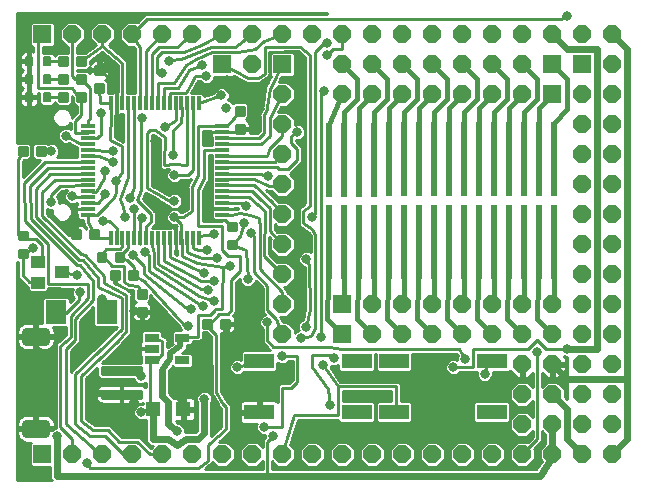
<source format=gtl>
G75*
G70*
%OFA0B0*%
%FSLAX24Y24*%
%IPPOS*%
%LPD*%
%AMOC8*
5,1,8,0,0,1.08239X$1,22.5*
%
%ADD10R,0.0118X0.0472*%
%ADD11R,0.0472X0.0118*%
%ADD12R,0.0236X0.2500*%
%ADD13R,0.0600X0.0600*%
%ADD14OC8,0.0600*%
%ADD15C,0.0087*%
%ADD16R,0.0450X0.0400*%
%ADD17R,0.1000X0.0500*%
%ADD18R,0.0700X0.0800*%
%ADD19C,0.0075*%
%ADD20C,0.0157*%
%ADD21C,0.0315*%
%ADD22R,0.0472X0.0272*%
%ADD23R,0.0500X0.0500*%
%ADD24C,0.0160*%
%ADD25C,0.0240*%
%ADD26C,0.0100*%
%ADD27C,0.0317*%
%ADD28C,0.0200*%
%ADD29C,0.0220*%
%ADD30C,0.0120*%
D10*
X003425Y008357D03*
X003622Y008357D03*
X003819Y008357D03*
X004015Y008357D03*
X004212Y008357D03*
X004409Y008357D03*
X004606Y008357D03*
X004803Y008357D03*
X005000Y008357D03*
X005196Y008357D03*
X005393Y008357D03*
X005590Y008357D03*
X005787Y008357D03*
X005984Y008357D03*
X006181Y008357D03*
X006378Y008357D03*
X006378Y012845D03*
X006181Y012845D03*
X005984Y012845D03*
X005787Y012845D03*
X005590Y012845D03*
X005393Y012845D03*
X005196Y012845D03*
X005000Y012845D03*
X004803Y012845D03*
X004606Y012845D03*
X004409Y012845D03*
X004212Y012845D03*
X004015Y012845D03*
X003819Y012845D03*
X003622Y012845D03*
X003425Y012845D03*
D11*
X002657Y012078D03*
X002657Y011881D03*
X002657Y011684D03*
X002657Y011487D03*
X002657Y011290D03*
X002657Y011093D03*
X002657Y010896D03*
X002657Y010700D03*
X002657Y010503D03*
X002657Y010306D03*
X002657Y010109D03*
X002657Y009912D03*
X002657Y009715D03*
X002657Y009519D03*
X002657Y009322D03*
X002657Y009125D03*
X007145Y009125D03*
X007145Y009322D03*
X007145Y009519D03*
X007145Y009715D03*
X007145Y009912D03*
X007145Y010109D03*
X007145Y010306D03*
X007145Y010503D03*
X007145Y010700D03*
X007145Y010896D03*
X007145Y011093D03*
X007145Y011290D03*
X007145Y011487D03*
X007145Y011684D03*
X007145Y011881D03*
X007145Y012078D03*
D12*
X010701Y010975D03*
X011201Y010975D03*
X011701Y010975D03*
X012201Y010975D03*
X012701Y010977D03*
X013201Y010977D03*
X013701Y010977D03*
X014201Y010977D03*
X014701Y010977D03*
X015201Y010977D03*
X015701Y010977D03*
X016201Y010977D03*
X016701Y010977D03*
X017201Y010977D03*
X017701Y010977D03*
X018201Y010977D03*
X018201Y008225D03*
X017701Y008225D03*
X017201Y008225D03*
X016701Y008225D03*
X016201Y008225D03*
X015701Y008225D03*
X015201Y008225D03*
X014701Y008225D03*
X014201Y008225D03*
X013701Y008225D03*
X013201Y008225D03*
X012701Y008225D03*
X012201Y008225D03*
X011701Y008225D03*
X011201Y008225D03*
X010701Y008225D03*
D13*
X011151Y006151D03*
X011151Y005151D03*
X001151Y001151D03*
X018151Y013151D03*
X018151Y014151D03*
X019151Y014151D03*
X009151Y014151D03*
X007151Y014151D03*
X001151Y015151D03*
D14*
X002151Y015151D03*
X003151Y015151D03*
X004151Y015151D03*
X005151Y015151D03*
X006151Y015151D03*
X007151Y015151D03*
X008151Y015151D03*
X009151Y015151D03*
X010151Y015151D03*
X011151Y015151D03*
X012151Y015151D03*
X013151Y015151D03*
X014151Y015151D03*
X015151Y015151D03*
X016151Y015151D03*
X017151Y015151D03*
X018151Y015151D03*
X019151Y015151D03*
X020151Y015151D03*
X020151Y014151D03*
X020151Y013151D03*
X019151Y013151D03*
X019151Y012151D03*
X020151Y012151D03*
X020151Y011151D03*
X019151Y011151D03*
X019151Y010151D03*
X020151Y010151D03*
X020151Y009151D03*
X019151Y009151D03*
X019151Y008151D03*
X020151Y008151D03*
X020151Y007151D03*
X019151Y007151D03*
X019151Y006151D03*
X018151Y006151D03*
X017151Y006151D03*
X016151Y006151D03*
X015151Y006151D03*
X014151Y006151D03*
X013151Y006151D03*
X012151Y006151D03*
X012151Y005151D03*
X013151Y005151D03*
X014151Y005151D03*
X015151Y005151D03*
X016151Y005151D03*
X017151Y005151D03*
X018151Y005151D03*
X019151Y005151D03*
X020151Y005151D03*
X020151Y004151D03*
X019151Y004151D03*
X018151Y004151D03*
X017151Y004151D03*
X017151Y003151D03*
X018151Y003151D03*
X019151Y003151D03*
X020151Y003151D03*
X020151Y002151D03*
X019151Y002151D03*
X018151Y002151D03*
X017151Y002151D03*
X017151Y001151D03*
X016151Y001151D03*
X015151Y001151D03*
X014151Y001151D03*
X013151Y001151D03*
X012151Y001151D03*
X011151Y001151D03*
X010151Y001151D03*
X009151Y001151D03*
X008151Y001151D03*
X007151Y001151D03*
X006151Y001151D03*
X005151Y001151D03*
X004151Y001151D03*
X003151Y001151D03*
X002151Y001151D03*
X009151Y005151D03*
X009151Y006151D03*
X009151Y007151D03*
X009151Y008151D03*
X009151Y009151D03*
X009151Y010151D03*
X009151Y011151D03*
X009151Y012151D03*
X009151Y013151D03*
X008151Y014151D03*
X011151Y014151D03*
X012151Y014151D03*
X013151Y014151D03*
X014151Y014151D03*
X015151Y014151D03*
X016151Y014151D03*
X017151Y014151D03*
X017151Y013151D03*
X016151Y013151D03*
X015151Y013151D03*
X014151Y013151D03*
X013151Y013151D03*
X012151Y013151D03*
X011151Y013151D03*
X020151Y006151D03*
X020151Y001151D03*
X019151Y001151D03*
X018151Y001151D03*
D15*
X007593Y008009D02*
X007593Y008273D01*
X007593Y008009D02*
X007329Y008009D01*
X007329Y008273D01*
X007593Y008273D01*
X007593Y008095D02*
X007329Y008095D01*
X007329Y008181D02*
X007593Y008181D01*
X007593Y008267D02*
X007329Y008267D01*
X007593Y008609D02*
X007593Y008873D01*
X007593Y008609D02*
X007329Y008609D01*
X007329Y008873D01*
X007593Y008873D01*
X007593Y008695D02*
X007329Y008695D01*
X007329Y008781D02*
X007593Y008781D01*
X007593Y008867D02*
X007329Y008867D01*
X004293Y007243D02*
X004029Y007243D01*
X004293Y007243D02*
X004293Y006979D01*
X004029Y006979D01*
X004029Y007243D01*
X004029Y007065D02*
X004293Y007065D01*
X004293Y007151D02*
X004029Y007151D01*
X004029Y007237D02*
X004293Y007237D01*
X003853Y007579D02*
X003589Y007579D01*
X003589Y007843D01*
X003853Y007843D01*
X003853Y007579D01*
X003853Y007665D02*
X003589Y007665D01*
X003589Y007751D02*
X003853Y007751D01*
X003853Y007837D02*
X003589Y007837D01*
X003253Y007579D02*
X002989Y007579D01*
X002989Y007843D01*
X003253Y007843D01*
X003253Y007579D01*
X003253Y007665D02*
X002989Y007665D01*
X002989Y007751D02*
X003253Y007751D01*
X003253Y007837D02*
X002989Y007837D01*
X003013Y008613D02*
X002749Y008613D01*
X003013Y008613D02*
X003013Y008349D01*
X002749Y008349D01*
X002749Y008613D01*
X002749Y008435D02*
X003013Y008435D01*
X003013Y008521D02*
X002749Y008521D01*
X002749Y008607D02*
X003013Y008607D01*
X002413Y008613D02*
X002149Y008613D01*
X002413Y008613D02*
X002413Y008349D01*
X002149Y008349D01*
X002149Y008613D01*
X002149Y008435D02*
X002413Y008435D01*
X002413Y008521D02*
X002149Y008521D01*
X002149Y008607D02*
X002413Y008607D01*
X000369Y008573D02*
X000369Y008309D01*
X000369Y008573D02*
X000633Y008573D01*
X000633Y008309D01*
X000369Y008309D01*
X000369Y008395D02*
X000633Y008395D01*
X000633Y008481D02*
X000369Y008481D01*
X000369Y008567D02*
X000633Y008567D01*
X000369Y007973D02*
X000369Y007709D01*
X000369Y007973D02*
X000633Y007973D01*
X000633Y007709D01*
X000369Y007709D01*
X000369Y007795D02*
X000633Y007795D01*
X000633Y007881D02*
X000369Y007881D01*
X000369Y007967D02*
X000633Y007967D01*
X003429Y007243D02*
X003693Y007243D01*
X003693Y006979D01*
X003429Y006979D01*
X003429Y007243D01*
X003429Y007065D02*
X003693Y007065D01*
X003693Y007151D02*
X003429Y007151D01*
X003429Y007237D02*
X003693Y007237D01*
X004329Y006633D02*
X004329Y006369D01*
X004329Y006633D02*
X004593Y006633D01*
X004593Y006369D01*
X004329Y006369D01*
X004329Y006455D02*
X004593Y006455D01*
X004593Y006541D02*
X004329Y006541D01*
X004329Y006627D02*
X004593Y006627D01*
X004329Y006033D02*
X004329Y005769D01*
X004329Y006033D02*
X004593Y006033D01*
X004593Y005769D01*
X004329Y005769D01*
X004329Y005855D02*
X004593Y005855D01*
X004593Y005941D02*
X004329Y005941D01*
X004329Y006027D02*
X004593Y006027D01*
X006519Y005369D02*
X006783Y005369D01*
X006519Y005369D02*
X006519Y005633D01*
X006783Y005633D01*
X006783Y005369D01*
X006783Y005455D02*
X006519Y005455D01*
X006519Y005541D02*
X006783Y005541D01*
X006783Y005627D02*
X006519Y005627D01*
X007119Y005369D02*
X007383Y005369D01*
X007119Y005369D02*
X007119Y005633D01*
X007383Y005633D01*
X007383Y005369D01*
X007383Y005455D02*
X007119Y005455D01*
X007119Y005541D02*
X007383Y005541D01*
X007383Y005627D02*
X007119Y005627D01*
X001223Y011119D02*
X000959Y011119D01*
X000959Y011383D01*
X001223Y011383D01*
X001223Y011119D01*
X001223Y011205D02*
X000959Y011205D01*
X000959Y011291D02*
X001223Y011291D01*
X001223Y011377D02*
X000959Y011377D01*
X000623Y011119D02*
X000359Y011119D01*
X000359Y011383D01*
X000623Y011383D01*
X000623Y011119D01*
X000623Y011205D02*
X000359Y011205D01*
X000359Y011291D02*
X000623Y011291D01*
X000623Y011377D02*
X000359Y011377D01*
X001719Y012919D02*
X001983Y012919D01*
X001719Y012919D02*
X001719Y013183D01*
X001983Y013183D01*
X001983Y012919D01*
X001983Y013005D02*
X001719Y013005D01*
X001719Y013091D02*
X001983Y013091D01*
X001983Y013177D02*
X001719Y013177D01*
X001719Y013519D02*
X001983Y013519D01*
X001719Y013519D02*
X001719Y013783D01*
X001983Y013783D01*
X001983Y013519D01*
X001983Y013605D02*
X001719Y013605D01*
X001719Y013691D02*
X001983Y013691D01*
X001983Y013777D02*
X001719Y013777D01*
X001719Y014119D02*
X001983Y014119D01*
X001719Y014119D02*
X001719Y014383D01*
X001983Y014383D01*
X001983Y014119D01*
X001983Y014205D02*
X001719Y014205D01*
X001719Y014291D02*
X001983Y014291D01*
X001983Y014377D02*
X001719Y014377D01*
X002319Y014119D02*
X002583Y014119D01*
X002319Y014119D02*
X002319Y014383D01*
X002583Y014383D01*
X002583Y014119D01*
X002583Y014205D02*
X002319Y014205D01*
X002319Y014291D02*
X002583Y014291D01*
X002583Y014377D02*
X002319Y014377D01*
X003183Y014083D02*
X003183Y013819D01*
X002919Y013819D01*
X002919Y014083D01*
X003183Y014083D01*
X003183Y013905D02*
X002919Y013905D01*
X002919Y013991D02*
X003183Y013991D01*
X003183Y014077D02*
X002919Y014077D01*
X002583Y013519D02*
X002319Y013519D01*
X002319Y013783D01*
X002583Y013783D01*
X002583Y013519D01*
X002583Y013605D02*
X002319Y013605D01*
X002319Y013691D02*
X002583Y013691D01*
X002583Y013777D02*
X002319Y013777D01*
X003183Y013483D02*
X003183Y013219D01*
X002919Y013219D01*
X002919Y013483D01*
X003183Y013483D01*
X003183Y013305D02*
X002919Y013305D01*
X002919Y013391D02*
X003183Y013391D01*
X003183Y013477D02*
X002919Y013477D01*
X002583Y012919D02*
X002319Y012919D01*
X002319Y013183D01*
X002583Y013183D01*
X002583Y012919D01*
X002583Y013005D02*
X002319Y013005D01*
X002319Y013091D02*
X002583Y013091D01*
X002583Y013177D02*
X002319Y013177D01*
X007599Y012733D02*
X007599Y012469D01*
X007599Y012733D02*
X007863Y012733D01*
X007863Y012469D01*
X007599Y012469D01*
X007599Y012555D02*
X007863Y012555D01*
X007863Y012641D02*
X007599Y012641D01*
X007599Y012727D02*
X007863Y012727D01*
X007599Y012133D02*
X007599Y011869D01*
X007599Y012133D02*
X007863Y012133D01*
X007863Y011869D01*
X007599Y011869D01*
X007599Y011955D02*
X007863Y011955D01*
X007863Y012041D02*
X007599Y012041D01*
X007599Y012127D02*
X007863Y012127D01*
D16*
X001811Y007211D03*
X001011Y006861D03*
X001011Y007561D03*
D17*
X008376Y004251D03*
X008376Y002551D03*
X011627Y002551D03*
X012876Y002551D03*
X012876Y004251D03*
X011627Y004251D03*
X016127Y004251D03*
X016127Y002551D03*
D18*
X003311Y005891D03*
X001611Y005891D03*
D19*
X001414Y013189D02*
X001188Y013189D01*
X001414Y013189D02*
X001414Y012913D01*
X001188Y012913D01*
X001188Y013189D01*
X001188Y012987D02*
X001414Y012987D01*
X001414Y013061D02*
X001188Y013061D01*
X001188Y013135D02*
X001414Y013135D01*
X001414Y013789D02*
X001188Y013789D01*
X001414Y013789D02*
X001414Y013513D01*
X001188Y013513D01*
X001188Y013789D01*
X001188Y013587D02*
X001414Y013587D01*
X001414Y013661D02*
X001188Y013661D01*
X001188Y013735D02*
X001414Y013735D01*
X001414Y014389D02*
X001188Y014389D01*
X001414Y014389D02*
X001414Y014113D01*
X001188Y014113D01*
X001188Y014389D01*
X001188Y014187D02*
X001414Y014187D01*
X001414Y014261D02*
X001188Y014261D01*
X001188Y014335D02*
X001414Y014335D01*
X000814Y014389D02*
X000588Y014389D01*
X000814Y014389D02*
X000814Y014113D01*
X000588Y014113D01*
X000588Y014389D01*
X000588Y014187D02*
X000814Y014187D01*
X000814Y014261D02*
X000588Y014261D01*
X000588Y014335D02*
X000814Y014335D01*
X000814Y013789D02*
X000588Y013789D01*
X000814Y013789D02*
X000814Y013513D01*
X000588Y013513D01*
X000588Y013789D01*
X000588Y013587D02*
X000814Y013587D01*
X000814Y013661D02*
X000588Y013661D01*
X000588Y013735D02*
X000814Y013735D01*
X000814Y013189D02*
X000588Y013189D01*
X000814Y013189D02*
X000814Y012913D01*
X000588Y012913D01*
X000588Y013189D01*
X000588Y012987D02*
X000814Y012987D01*
X000814Y013061D02*
X000588Y013061D01*
X000588Y013135D02*
X000814Y013135D01*
D20*
X003161Y003856D02*
X004421Y003856D01*
X003161Y003856D02*
X003161Y004014D01*
X004421Y004014D01*
X004421Y003856D01*
X004421Y004012D02*
X003161Y004012D01*
X003161Y003068D02*
X004421Y003068D01*
X003161Y003068D02*
X003161Y003226D01*
X004421Y003226D01*
X004421Y003068D01*
X004421Y003224D02*
X003161Y003224D01*
D21*
X001248Y001848D02*
X000618Y001848D01*
X000618Y002164D01*
X001248Y002164D01*
X001248Y001848D01*
X001248Y002162D02*
X000618Y002162D01*
X000618Y004919D02*
X001248Y004919D01*
X000618Y004919D02*
X000618Y005235D01*
X001248Y005235D01*
X001248Y004919D01*
X001248Y005233D02*
X000618Y005233D01*
D22*
X004789Y005035D03*
X004789Y004661D03*
X004789Y004287D03*
X005813Y004287D03*
X005813Y005035D03*
D23*
X005851Y002651D03*
X004851Y002651D03*
D24*
X010651Y005651D02*
X010701Y008225D01*
X011201Y008225D02*
X011201Y006201D01*
X011151Y006151D01*
X010651Y005651D02*
X011151Y005151D01*
X011651Y005651D02*
X011701Y008225D01*
X012201Y008225D02*
X012201Y006201D01*
X012151Y006151D01*
X011651Y005651D02*
X012151Y005151D01*
X012651Y005651D02*
X012701Y008225D01*
X013201Y008225D02*
X013201Y006201D01*
X013151Y006151D01*
X012651Y005651D02*
X013151Y005151D01*
X013651Y005651D02*
X013701Y008225D01*
X014201Y008225D02*
X014201Y006201D01*
X014151Y006151D01*
X013651Y005651D02*
X014151Y005151D01*
X014651Y005651D02*
X014701Y008225D01*
X015201Y008225D02*
X015201Y006201D01*
X015151Y006151D01*
X014651Y005651D02*
X015151Y005151D01*
X015651Y005651D02*
X015701Y008225D01*
X016201Y008225D02*
X016201Y006201D01*
X016151Y006151D01*
X015651Y005651D02*
X016151Y005151D01*
X016651Y005651D02*
X016701Y008225D01*
X017201Y008225D02*
X017201Y006201D01*
X017151Y006151D01*
X016651Y005651D02*
X017151Y005151D01*
X017651Y005651D02*
X017701Y008225D01*
X018201Y008225D02*
X018201Y006201D01*
X018151Y006151D01*
X017651Y005651D02*
X018151Y005151D01*
X017701Y010977D02*
X017701Y012701D01*
X018151Y013151D01*
X017651Y013001D02*
X017651Y013651D01*
X017151Y014151D01*
X016651Y013651D02*
X016651Y013001D01*
X016201Y012551D01*
X016201Y010977D01*
X015701Y010977D02*
X015701Y012701D01*
X016151Y013151D01*
X016701Y012701D02*
X016701Y010977D01*
X017201Y010977D02*
X017201Y012551D01*
X017651Y013001D01*
X017151Y013151D02*
X016701Y012701D01*
X016651Y013651D02*
X016151Y014151D01*
X015651Y013651D02*
X015651Y013001D01*
X015201Y012551D01*
X015201Y010977D01*
X014701Y010977D02*
X014701Y012701D01*
X015151Y013151D01*
X014651Y013001D02*
X014201Y012551D01*
X014201Y010977D01*
X013701Y010977D02*
X013701Y012701D01*
X014151Y013151D01*
X013651Y013001D02*
X013201Y012551D01*
X013201Y010977D01*
X012701Y010977D02*
X012701Y012701D01*
X013151Y013151D01*
X012651Y013001D02*
X012201Y012551D01*
X012201Y010975D01*
X011701Y010975D02*
X011701Y012701D01*
X012151Y013151D01*
X011651Y013001D02*
X011201Y012551D01*
X011201Y010975D01*
X010701Y010975D02*
X010721Y012151D01*
X011151Y013151D01*
X011651Y013001D02*
X011651Y013651D01*
X011151Y014151D01*
X012151Y014151D02*
X012651Y013651D01*
X012651Y013001D01*
X013651Y013001D02*
X013651Y013651D01*
X013151Y014151D01*
X014151Y014151D02*
X014651Y013651D01*
X014651Y013001D01*
X015651Y013651D02*
X015151Y014151D01*
X018151Y014151D02*
X018651Y013651D01*
X018651Y012651D01*
X018201Y012201D01*
D25*
X018651Y014651D02*
X018151Y015151D01*
X018651Y014651D02*
X019651Y014651D01*
X019651Y004651D01*
X018651Y004651D01*
X018151Y004151D02*
X018651Y003651D01*
X020651Y003651D01*
X020651Y014651D01*
X020151Y015151D01*
X007251Y005501D02*
X007291Y004861D01*
X007291Y003651D01*
X009251Y003651D01*
X009361Y004021D01*
X006551Y002991D02*
X006551Y001851D01*
X006351Y001651D01*
X005951Y001651D01*
X005651Y001451D01*
X005351Y001651D01*
X004851Y001651D01*
X004851Y002651D01*
X005351Y002901D02*
X005351Y002151D01*
X005641Y001911D01*
X005851Y002651D02*
X005851Y002881D01*
X005511Y003221D01*
X005151Y003101D02*
X005151Y003951D01*
X004431Y003761D02*
X004347Y003935D01*
X003791Y003935D01*
X003791Y003147D02*
X002751Y003187D01*
X002751Y002851D01*
X004201Y002881D02*
X004201Y003191D01*
X001651Y001751D02*
X001651Y000431D01*
X008651Y000431D01*
X017731Y000431D01*
X018151Y001051D01*
X018151Y001151D01*
X018151Y002151D01*
X018651Y001651D02*
X019151Y001151D01*
X018651Y001651D02*
X018651Y002651D01*
X018151Y003151D01*
X020651Y003651D02*
X020651Y001651D01*
X020151Y001151D01*
D26*
X000301Y000301D02*
X000301Y007561D01*
X000306Y007556D01*
X000341Y007556D01*
X000341Y007177D01*
X000341Y007045D01*
X000551Y006835D01*
X000645Y006741D01*
X000676Y006741D01*
X000676Y006616D01*
X000741Y006551D01*
X001282Y006551D01*
X001346Y006616D01*
X001346Y006681D01*
X001351Y006681D01*
X002162Y006675D01*
X002133Y006605D01*
X002133Y006498D01*
X002174Y006399D01*
X002210Y006363D01*
X002071Y006214D01*
X002071Y006337D01*
X002007Y006401D01*
X001216Y006401D01*
X001151Y006337D01*
X001151Y005542D01*
X000982Y005542D01*
X000982Y005127D01*
X000883Y005127D01*
X000883Y005542D01*
X000587Y005542D01*
X000528Y005530D01*
X000472Y005507D01*
X000422Y005473D01*
X000379Y005430D01*
X000345Y005380D01*
X000322Y005324D01*
X000310Y005264D01*
X000310Y005126D01*
X000882Y005126D01*
X000882Y005027D01*
X000310Y005027D01*
X000310Y004889D01*
X000322Y004829D01*
X000345Y004773D01*
X000379Y004723D01*
X000422Y004680D01*
X000472Y004647D01*
X000528Y004623D01*
X000587Y004612D01*
X000883Y004612D01*
X000883Y005026D01*
X000982Y005026D01*
X000982Y004612D01*
X001278Y004612D01*
X001337Y004623D01*
X001393Y004647D01*
X001443Y004680D01*
X001486Y004723D01*
X001520Y004773D01*
X001543Y004829D01*
X001555Y004889D01*
X001555Y005027D01*
X000983Y005027D01*
X000983Y005126D01*
X001555Y005126D01*
X001555Y005264D01*
X001543Y005324D01*
X001520Y005380D01*
X001519Y005381D01*
X001931Y005381D01*
X001931Y005123D01*
X001691Y004911D01*
X001685Y004911D01*
X001641Y004868D01*
X001596Y004827D01*
X001595Y004821D01*
X001591Y004817D01*
X001591Y004756D01*
X001587Y004695D01*
X001591Y004691D01*
X001591Y002017D01*
X001499Y001979D01*
X001476Y001956D01*
X000983Y001956D01*
X000983Y002056D01*
X001555Y002056D01*
X001555Y002194D01*
X001543Y002253D01*
X001520Y002309D01*
X001486Y002359D01*
X001443Y002402D01*
X001393Y002436D01*
X001337Y002459D01*
X001278Y002471D01*
X000982Y002471D01*
X000982Y002056D01*
X000883Y002056D01*
X000883Y002471D01*
X000587Y002471D01*
X000528Y002459D01*
X000472Y002436D01*
X000422Y002402D01*
X000379Y002359D01*
X000345Y002309D01*
X000322Y002253D01*
X000310Y002194D01*
X000310Y002056D01*
X000882Y002056D01*
X000882Y001956D01*
X000310Y001956D01*
X000310Y001818D01*
X000322Y001759D01*
X000345Y001703D01*
X000379Y001652D01*
X000422Y001609D01*
X000472Y001576D01*
X000528Y001553D01*
X000587Y001541D01*
X000785Y001541D01*
X000741Y001497D01*
X000741Y000806D01*
X000806Y000741D01*
X001421Y000741D01*
X001421Y000336D01*
X001456Y000301D01*
X000301Y000301D01*
X000301Y000348D02*
X001421Y000348D01*
X001421Y000447D02*
X000301Y000447D01*
X000301Y000545D02*
X001421Y000545D01*
X001421Y000644D02*
X000301Y000644D01*
X000301Y000742D02*
X000804Y000742D01*
X000741Y000841D02*
X000301Y000841D01*
X000301Y000940D02*
X000741Y000940D01*
X000741Y001038D02*
X000301Y001038D01*
X000301Y001137D02*
X000741Y001137D01*
X000741Y001235D02*
X000301Y001235D01*
X000301Y001334D02*
X000741Y001334D01*
X000741Y001432D02*
X000301Y001432D01*
X000301Y001531D02*
X000775Y001531D01*
X000402Y001629D02*
X000301Y001629D01*
X000301Y001728D02*
X000335Y001728D01*
X000310Y001826D02*
X000301Y001826D01*
X000301Y001925D02*
X000310Y001925D01*
X000301Y002024D02*
X000882Y002024D01*
X000883Y002122D02*
X000982Y002122D01*
X000983Y002024D02*
X001591Y002024D01*
X001591Y002122D02*
X001555Y002122D01*
X001550Y002221D02*
X001591Y002221D01*
X001591Y002319D02*
X001513Y002319D01*
X001591Y002418D02*
X001420Y002418D01*
X001591Y002516D02*
X000301Y002516D01*
X000301Y002418D02*
X000445Y002418D01*
X000352Y002319D02*
X000301Y002319D01*
X000301Y002221D02*
X000315Y002221D01*
X000301Y002122D02*
X000310Y002122D01*
X000883Y002221D02*
X000982Y002221D01*
X000982Y002319D02*
X000883Y002319D01*
X000883Y002418D02*
X000982Y002418D01*
X001591Y002615D02*
X000301Y002615D01*
X000301Y002713D02*
X001591Y002713D01*
X001591Y002812D02*
X000301Y002812D01*
X000301Y002910D02*
X001591Y002910D01*
X001591Y003009D02*
X000301Y003009D01*
X000301Y003107D02*
X001591Y003107D01*
X001591Y003206D02*
X000301Y003206D01*
X000301Y003305D02*
X001591Y003305D01*
X001591Y003403D02*
X000301Y003403D01*
X000301Y003502D02*
X001591Y003502D01*
X001591Y003600D02*
X000301Y003600D01*
X000301Y003699D02*
X001591Y003699D01*
X001591Y003797D02*
X000301Y003797D01*
X000301Y003896D02*
X001591Y003896D01*
X001591Y003994D02*
X000301Y003994D01*
X000301Y004093D02*
X001591Y004093D01*
X001591Y004191D02*
X000301Y004191D01*
X000301Y004290D02*
X001591Y004290D01*
X001591Y004389D02*
X000301Y004389D01*
X000301Y004487D02*
X001591Y004487D01*
X001591Y004586D02*
X000301Y004586D01*
X000301Y004684D02*
X000418Y004684D01*
X000341Y004783D02*
X000301Y004783D01*
X000301Y004881D02*
X000312Y004881D01*
X000301Y004980D02*
X000310Y004980D01*
X000301Y005078D02*
X000882Y005078D01*
X000883Y004980D02*
X000982Y004980D01*
X000983Y005078D02*
X001880Y005078D01*
X001931Y005177D02*
X001555Y005177D01*
X001553Y005275D02*
X001931Y005275D01*
X001931Y005374D02*
X001522Y005374D01*
X001151Y005571D02*
X000301Y005571D01*
X000301Y005473D02*
X000421Y005473D01*
X000343Y005374D02*
X000301Y005374D01*
X000301Y005275D02*
X000312Y005275D01*
X000301Y005177D02*
X000310Y005177D01*
X000883Y005177D02*
X000982Y005177D01*
X000982Y005275D02*
X000883Y005275D01*
X000883Y005374D02*
X000982Y005374D01*
X000982Y005473D02*
X000883Y005473D01*
X001151Y005670D02*
X000301Y005670D01*
X000301Y005768D02*
X001151Y005768D01*
X001151Y005867D02*
X000301Y005867D01*
X000301Y005965D02*
X001151Y005965D01*
X001151Y006064D02*
X000301Y006064D01*
X000301Y006162D02*
X001151Y006162D01*
X001151Y006261D02*
X000301Y006261D01*
X000301Y006359D02*
X001174Y006359D01*
X001287Y006556D02*
X002133Y006556D01*
X002149Y006458D02*
X000301Y006458D01*
X000301Y006556D02*
X000735Y006556D01*
X000676Y006655D02*
X000301Y006655D01*
X000301Y006754D02*
X000632Y006754D01*
X000534Y006852D02*
X000301Y006852D01*
X000301Y006951D02*
X000435Y006951D01*
X000341Y007049D02*
X000301Y007049D01*
X000301Y007148D02*
X000341Y007148D01*
X000341Y007246D02*
X000301Y007246D01*
X000301Y007345D02*
X000341Y007345D01*
X000341Y007443D02*
X000301Y007443D01*
X000301Y007542D02*
X000341Y007542D01*
X000501Y007841D02*
X000841Y008011D01*
X000501Y007841D02*
X000501Y007111D01*
X000711Y006901D01*
X000901Y006901D01*
X001011Y006861D01*
X000941Y006761D01*
X000851Y006851D01*
X001351Y006841D02*
X001351Y008161D01*
X000561Y008941D01*
X000551Y010191D01*
X001231Y010891D01*
X002652Y010891D01*
X002657Y010896D01*
X002712Y010901D01*
X002657Y010896D02*
X002602Y010901D01*
X002659Y010701D02*
X002657Y010700D01*
X002649Y010691D01*
X001331Y010691D01*
X001231Y010591D01*
X000751Y010091D01*
X000761Y009001D01*
X001761Y008001D01*
X002291Y007461D01*
X002391Y007461D01*
X002851Y006931D01*
X002851Y006281D01*
X002251Y005651D01*
X002251Y004951D01*
X001951Y004651D01*
X001951Y002151D01*
X002751Y001451D01*
X003051Y001151D01*
X003151Y001151D01*
X003721Y001571D02*
X003351Y001951D01*
X002851Y001951D01*
X002451Y002251D01*
X002451Y003751D01*
X003661Y004931D01*
X003951Y005251D01*
X003951Y006471D01*
X003191Y006851D01*
X003191Y007081D01*
X002581Y007801D01*
X002451Y007811D01*
X001151Y009101D01*
X001151Y009891D01*
X001571Y010291D01*
X002642Y010291D01*
X002657Y010306D01*
X002662Y010311D01*
X002646Y010491D02*
X002657Y010503D01*
X002646Y010491D02*
X001421Y010481D01*
X000951Y009991D01*
X000951Y009061D01*
X002381Y007631D01*
X002511Y007631D01*
X003021Y007011D01*
X003021Y006741D01*
X003791Y006371D01*
X003791Y005321D01*
X002251Y003821D01*
X002251Y002151D01*
X002751Y001751D01*
X003251Y001751D01*
X003851Y001151D01*
X004151Y001151D01*
X004321Y001571D02*
X003721Y001571D01*
X003789Y001731D02*
X003511Y002016D01*
X003511Y002017D01*
X003465Y002064D01*
X003420Y002110D01*
X003418Y002110D01*
X003417Y002111D01*
X003352Y002111D01*
X003287Y002112D01*
X003286Y002111D01*
X002904Y002111D01*
X002611Y002331D01*
X002611Y003684D01*
X002973Y004036D01*
X002973Y003778D01*
X003083Y003667D01*
X004179Y003667D01*
X004204Y003609D01*
X004279Y003534D01*
X004378Y003493D01*
X004485Y003493D01*
X004583Y003534D01*
X004591Y003542D01*
X004591Y003380D01*
X004567Y003404D01*
X004529Y003429D01*
X004488Y003446D01*
X004444Y003455D01*
X003820Y003455D01*
X003820Y003176D01*
X003762Y003176D01*
X003762Y003119D01*
X002933Y003119D01*
X002933Y003046D01*
X002941Y003002D01*
X002959Y002960D01*
X002984Y002923D01*
X003015Y002891D01*
X003053Y002866D01*
X003095Y002849D01*
X003139Y002840D01*
X003762Y002840D01*
X003762Y003118D01*
X003820Y003118D01*
X003820Y002840D01*
X004444Y002840D01*
X004488Y002849D01*
X004491Y002850D01*
X004491Y002820D01*
X004398Y002820D01*
X004299Y002779D01*
X004224Y002703D01*
X004183Y002605D01*
X004183Y002498D01*
X004224Y002399D01*
X004299Y002324D01*
X004398Y002283D01*
X004505Y002283D01*
X004547Y002300D01*
X004556Y002291D01*
X004621Y002291D01*
X004621Y001746D01*
X004621Y001556D01*
X004756Y001421D01*
X004841Y001421D01*
X004773Y001353D01*
X004433Y001686D01*
X004387Y001731D01*
X004386Y001731D01*
X004386Y001732D01*
X004319Y001731D01*
X003789Y001731D01*
X003696Y001826D02*
X004621Y001826D01*
X004621Y001728D02*
X004391Y001728D01*
X004491Y001629D02*
X004621Y001629D01*
X004646Y001531D02*
X004591Y001531D01*
X004692Y001432D02*
X004745Y001432D01*
X004751Y001151D02*
X004321Y001571D01*
X004621Y001925D02*
X003600Y001925D01*
X003505Y002024D02*
X004621Y002024D01*
X004621Y002122D02*
X002890Y002122D01*
X002759Y002221D02*
X004621Y002221D01*
X004310Y002319D02*
X002627Y002319D01*
X002611Y002418D02*
X004216Y002418D01*
X004183Y002516D02*
X002611Y002516D01*
X002611Y002615D02*
X004187Y002615D01*
X004234Y002713D02*
X002611Y002713D01*
X002611Y002812D02*
X004379Y002812D01*
X004451Y002551D02*
X004901Y002711D01*
X004851Y002661D01*
X004851Y002651D01*
X004841Y002661D01*
X004841Y002681D01*
X004851Y002651D02*
X004751Y002751D01*
X004751Y004287D01*
X004789Y004287D01*
X004739Y004251D01*
X005001Y004341D01*
X005111Y004451D01*
X005151Y004451D01*
X005151Y004925D01*
X004789Y005035D01*
X005136Y005097D02*
X005136Y005217D01*
X005071Y005281D01*
X004508Y005281D01*
X004443Y005217D01*
X004443Y004899D01*
X004433Y004889D01*
X004413Y004855D01*
X004403Y004817D01*
X004403Y004679D01*
X004771Y004679D01*
X004771Y004643D01*
X004403Y004643D01*
X004403Y004506D01*
X004413Y004467D01*
X004433Y004433D01*
X004443Y004423D01*
X004443Y004202D01*
X003143Y004202D01*
X003730Y004774D01*
X003735Y004775D01*
X003776Y004820D01*
X003820Y004863D01*
X003820Y004869D01*
X004067Y005141D01*
X004111Y005185D01*
X004111Y005189D01*
X004114Y005193D01*
X004111Y005255D01*
X004111Y006433D01*
X004124Y006459D01*
X004111Y006497D01*
X004111Y006537D01*
X004091Y006558D01*
X004082Y006585D01*
X004046Y006603D01*
X004017Y006631D01*
X004046Y006639D01*
X004176Y006626D01*
X004176Y006306D01*
X004266Y006216D01*
X004267Y006216D01*
X004255Y006213D01*
X004211Y006187D01*
X004175Y006151D01*
X004149Y006107D01*
X004136Y006058D01*
X004136Y005939D01*
X004423Y005939D01*
X004423Y005864D01*
X004136Y005864D01*
X004136Y005744D01*
X004149Y005695D01*
X004175Y005651D01*
X004211Y005615D01*
X004255Y005589D01*
X004304Y005576D01*
X004424Y005576D01*
X004424Y005863D01*
X004499Y005863D01*
X004499Y005576D01*
X004618Y005576D01*
X004667Y005589D01*
X004711Y005615D01*
X004747Y005651D01*
X004773Y005695D01*
X004786Y005744D01*
X004786Y005864D01*
X004499Y005864D01*
X004499Y005939D01*
X004786Y005939D01*
X004786Y006058D01*
X004773Y006107D01*
X004747Y006151D01*
X004711Y006187D01*
X004667Y006213D01*
X004655Y006216D01*
X004656Y006216D01*
X004746Y006306D01*
X004746Y006460D01*
X005723Y005396D01*
X005723Y005388D01*
X005764Y005289D01*
X005772Y005281D01*
X005531Y005281D01*
X005467Y005217D01*
X005467Y004854D01*
X005490Y004831D01*
X005338Y004731D01*
X005314Y004731D01*
X005311Y004728D01*
X005311Y004901D01*
X005324Y004942D01*
X005311Y004965D01*
X005311Y004991D01*
X005281Y005021D01*
X005261Y005059D01*
X005236Y005067D01*
X005217Y005085D01*
X005175Y005085D01*
X005136Y005097D01*
X005136Y005177D02*
X005467Y005177D01*
X005467Y005078D02*
X005224Y005078D01*
X005311Y004980D02*
X005467Y004980D01*
X005467Y004881D02*
X005311Y004881D01*
X005311Y004783D02*
X005417Y004783D01*
X005751Y004973D02*
X005813Y005035D01*
X005963Y005051D01*
X005951Y005051D01*
X006061Y005071D01*
X006331Y005071D01*
X006341Y005281D01*
X006341Y005791D01*
X006741Y005791D01*
X006901Y005961D01*
X006901Y005991D01*
X007151Y005991D01*
X007151Y006351D01*
X007161Y007401D01*
X007401Y007431D01*
X007161Y007401D02*
X006301Y007521D01*
X005791Y007751D01*
X005791Y008311D01*
X005787Y008357D01*
X005787Y008815D01*
X005551Y009051D01*
X005851Y009051D01*
X006151Y009251D01*
X006151Y010051D01*
X006351Y010451D01*
X006351Y011851D01*
X006348Y012078D01*
X007145Y012078D01*
X007308Y012078D01*
X007731Y012601D01*
X008016Y012568D02*
X008431Y012568D01*
X008420Y012546D02*
X008391Y012517D01*
X008391Y012489D01*
X008378Y012463D01*
X008391Y012425D01*
X008391Y011923D01*
X008310Y011851D01*
X008056Y011851D01*
X008056Y011964D01*
X007769Y011964D01*
X007769Y012039D01*
X008056Y012039D01*
X008056Y012158D01*
X008043Y012207D01*
X008017Y012251D01*
X007981Y012287D01*
X007937Y012313D01*
X007925Y012316D01*
X007926Y012316D01*
X008016Y012406D01*
X008016Y012796D01*
X007926Y012886D01*
X007536Y012886D01*
X007500Y012850D01*
X007499Y012853D01*
X007423Y012929D01*
X007349Y012959D01*
X007390Y013058D01*
X007390Y013165D01*
X007349Y013263D01*
X007273Y013339D01*
X007175Y013380D01*
X007068Y013380D01*
X006969Y013339D01*
X006894Y013263D01*
X006863Y013189D01*
X006547Y013076D01*
X006547Y013127D01*
X006482Y013191D01*
X006285Y013191D01*
X006118Y013191D01*
X006241Y013419D01*
X006245Y013420D01*
X006283Y013497D01*
X006313Y013553D01*
X006430Y013553D01*
X006459Y013524D02*
X006558Y013483D01*
X006665Y013483D01*
X006763Y013524D01*
X006839Y013599D01*
X006880Y013698D01*
X006880Y013741D01*
X007497Y013741D01*
X007527Y013771D01*
X007905Y013571D01*
X007935Y013541D01*
X007961Y013541D01*
X007985Y013529D01*
X008025Y013541D01*
X008335Y013541D01*
X008385Y013531D01*
X008400Y013541D01*
X008417Y013541D01*
X008453Y013577D01*
X008610Y013681D01*
X008627Y013681D01*
X008663Y013717D01*
X008705Y013745D01*
X008709Y013762D01*
X008721Y013775D01*
X008721Y013825D01*
X008731Y013875D01*
X008721Y013890D01*
X008721Y014573D01*
X009677Y014581D01*
X009921Y014393D01*
X009921Y009516D01*
X009794Y009411D01*
X009785Y009411D01*
X009743Y009370D01*
X009698Y009332D01*
X009697Y009324D01*
X009691Y009317D01*
X009691Y009259D01*
X009686Y009200D01*
X009691Y009194D01*
X009691Y008900D01*
X009681Y008885D01*
X009691Y008835D01*
X009691Y008785D01*
X009704Y008772D01*
X009707Y008755D01*
X009749Y008727D01*
X009785Y008691D01*
X009803Y008691D01*
X010027Y008542D01*
X010091Y008413D01*
X010091Y007884D01*
X010005Y007920D01*
X009898Y007920D01*
X009799Y007879D01*
X009724Y007803D01*
X009683Y007705D01*
X009683Y007598D01*
X009724Y007499D01*
X009799Y007424D01*
X009892Y007385D01*
X009911Y006007D01*
X009831Y005636D01*
X009789Y005619D01*
X009714Y005543D01*
X009673Y005445D01*
X009673Y005338D01*
X009696Y005281D01*
X009619Y005249D01*
X009561Y005191D01*
X009561Y005321D01*
X009321Y005561D01*
X009159Y005561D01*
X009111Y005682D01*
X009111Y005717D01*
X009087Y005741D01*
X009321Y005741D01*
X009561Y005981D01*
X009561Y006321D01*
X009321Y006561D01*
X009311Y006561D01*
X009312Y006616D01*
X009311Y006617D01*
X009311Y006617D01*
X009264Y006665D01*
X009188Y006741D01*
X009321Y006741D01*
X009561Y006981D01*
X009561Y007321D01*
X009321Y007561D01*
X008981Y007561D01*
X008974Y007554D01*
X008712Y007817D01*
X008715Y008376D01*
X008755Y008335D01*
X008741Y008321D01*
X008741Y007981D01*
X008981Y007741D01*
X009321Y007741D01*
X009561Y007981D01*
X009561Y008321D01*
X009321Y008561D01*
X008981Y008561D01*
X008891Y008655D01*
X008891Y008831D01*
X008981Y008741D01*
X009321Y008741D01*
X009561Y008981D01*
X009561Y009321D01*
X009321Y009561D01*
X009013Y009561D01*
X008972Y009609D01*
X008972Y009619D01*
X008930Y009659D01*
X008892Y009703D01*
X008884Y009704D01*
X008870Y009716D01*
X008824Y009760D01*
X008822Y009760D01*
X008593Y009970D01*
X008599Y009967D01*
X008625Y009941D01*
X008657Y009941D01*
X008686Y009928D01*
X008721Y009941D01*
X008781Y009941D01*
X008981Y009741D01*
X009321Y009741D01*
X009561Y009981D01*
X009561Y010321D01*
X009391Y010491D01*
X009417Y010491D01*
X009511Y010585D01*
X009811Y010885D01*
X009811Y011017D01*
X009811Y011245D01*
X009811Y011377D01*
X009611Y011577D01*
X009611Y011613D01*
X009695Y011613D01*
X009793Y011654D01*
X009869Y011729D01*
X009910Y011828D01*
X009910Y011935D01*
X009869Y012033D01*
X009793Y012109D01*
X009695Y012150D01*
X009588Y012150D01*
X009561Y012139D01*
X009561Y012321D01*
X009321Y012561D01*
X009012Y012561D01*
X009106Y012741D01*
X009321Y012741D01*
X009561Y012981D01*
X009561Y013321D01*
X009321Y013561D01*
X009022Y013561D01*
X009117Y013741D01*
X009497Y013741D01*
X009561Y013806D01*
X009561Y014497D01*
X009497Y014561D01*
X008806Y014561D01*
X008741Y014497D01*
X008741Y013806D01*
X008773Y013774D01*
X008718Y013669D01*
X008712Y013667D01*
X008687Y013611D01*
X008659Y013557D01*
X008660Y013551D01*
X008612Y013445D01*
X008593Y013431D01*
X008586Y013387D01*
X008568Y013346D01*
X008577Y013324D01*
X008501Y012827D01*
X008491Y012817D01*
X008491Y012763D01*
X008483Y012710D01*
X008491Y012699D01*
X008491Y012689D01*
X008420Y012546D01*
X008381Y012469D02*
X008016Y012469D01*
X007980Y012371D02*
X008391Y012371D01*
X008391Y012272D02*
X007997Y012272D01*
X008052Y012173D02*
X008391Y012173D01*
X008391Y012075D02*
X008056Y012075D01*
X008241Y011991D02*
X007751Y011991D01*
X007751Y011951D01*
X007671Y011901D01*
X007731Y012001D01*
X007781Y012051D01*
X007769Y011976D02*
X008391Y011976D01*
X008340Y011878D02*
X008056Y011878D01*
X008241Y011991D02*
X008251Y013251D01*
X008251Y013451D01*
X008451Y013451D01*
X008731Y013761D01*
X008731Y014571D01*
X009561Y014571D01*
X009911Y014311D01*
X009911Y011811D01*
X009811Y011531D01*
X009705Y011484D02*
X009921Y011484D01*
X009921Y011582D02*
X009611Y011582D01*
X009451Y011511D02*
X009451Y011751D01*
X009641Y011881D01*
X009889Y011779D02*
X009921Y011779D01*
X009921Y011681D02*
X009820Y011681D01*
X009910Y011878D02*
X009921Y011878D01*
X009921Y011976D02*
X009892Y011976D01*
X009921Y012075D02*
X009827Y012075D01*
X009921Y012173D02*
X009561Y012173D01*
X009561Y012272D02*
X009921Y012272D01*
X009921Y012371D02*
X009512Y012371D01*
X009413Y012469D02*
X009921Y012469D01*
X009921Y012568D02*
X009015Y012568D01*
X009067Y012666D02*
X009921Y012666D01*
X009921Y012765D02*
X009345Y012765D01*
X009443Y012863D02*
X009921Y012863D01*
X009921Y012962D02*
X009542Y012962D01*
X009561Y013060D02*
X009921Y013060D01*
X009921Y013159D02*
X009561Y013159D01*
X009561Y013257D02*
X009921Y013257D01*
X009921Y013356D02*
X009526Y013356D01*
X009428Y013455D02*
X009921Y013455D01*
X009921Y013553D02*
X009329Y013553D01*
X009506Y013750D02*
X009921Y013750D01*
X009921Y013652D02*
X009070Y013652D01*
X008831Y013541D02*
X008741Y013341D01*
X008651Y012751D01*
X008651Y012651D01*
X008551Y012451D01*
X008551Y011851D01*
X008371Y011691D01*
X007198Y011691D01*
X007145Y011684D01*
X007149Y011491D02*
X007145Y011487D01*
X007149Y011491D02*
X008431Y011491D01*
X008731Y011761D01*
X008731Y012371D01*
X009151Y013171D01*
X009151Y013151D01*
X008567Y013257D02*
X007351Y013257D01*
X007390Y013159D02*
X008552Y013159D01*
X008537Y013060D02*
X007390Y013060D01*
X007350Y012962D02*
X008521Y012962D01*
X008506Y012863D02*
X007949Y012863D01*
X008016Y012765D02*
X008491Y012765D01*
X008480Y012666D02*
X008016Y012666D01*
X007513Y012863D02*
X007489Y012863D01*
X007121Y013111D02*
X006378Y012845D01*
X006181Y012845D02*
X006171Y012636D01*
X006171Y010611D01*
X006011Y010451D01*
X005551Y010451D01*
X005366Y010646D02*
X005324Y010603D01*
X005283Y010505D01*
X005283Y010398D01*
X005324Y010299D01*
X005399Y010224D01*
X005498Y010183D01*
X005605Y010183D01*
X005703Y010224D01*
X005771Y010291D01*
X005945Y010291D01*
X006077Y010291D01*
X006107Y010321D01*
X006020Y010146D01*
X005991Y010117D01*
X005991Y010089D01*
X005978Y010063D01*
X005991Y010025D01*
X005991Y009337D01*
X005803Y009211D01*
X005771Y009211D01*
X005703Y009279D01*
X005605Y009320D01*
X005498Y009320D01*
X005399Y009279D01*
X005324Y009203D01*
X005283Y009105D01*
X005283Y008998D01*
X005324Y008899D01*
X005399Y008824D01*
X005498Y008783D01*
X005593Y008783D01*
X005627Y008749D01*
X005627Y008743D01*
X005590Y008743D01*
X005511Y008743D01*
X005473Y008733D01*
X005439Y008713D01*
X005429Y008703D01*
X005289Y008703D01*
X005092Y008703D01*
X004895Y008703D01*
X004809Y008703D01*
X004844Y008734D01*
X004854Y008734D01*
X004893Y008776D01*
X004936Y008814D01*
X004937Y008824D01*
X004944Y008831D01*
X004941Y008889D01*
X004945Y008947D01*
X004939Y008954D01*
X004931Y009154D01*
X004931Y009217D01*
X005338Y009217D01*
X005261Y009281D02*
X004661Y009671D01*
X004542Y009611D02*
X005030Y009611D01*
X005033Y009609D02*
X005034Y009605D01*
X005089Y009574D01*
X005141Y009541D01*
X005145Y009542D01*
X005323Y009440D01*
X005324Y009439D01*
X005327Y009430D01*
X005336Y009426D01*
X005399Y009364D01*
X005498Y009323D01*
X005605Y009323D01*
X005703Y009364D01*
X005779Y009439D01*
X005820Y009538D01*
X005820Y009645D01*
X005779Y009743D01*
X005703Y009819D01*
X005605Y009860D01*
X005498Y009860D01*
X005399Y009819D01*
X005365Y009785D01*
X005253Y009849D01*
X005087Y009954D01*
X005085Y009961D01*
X005032Y009990D01*
X004981Y010022D01*
X004974Y010020D01*
X004810Y010108D01*
X004791Y011202D01*
X004791Y011797D01*
X004849Y011794D01*
X005070Y011646D01*
X005062Y010865D01*
X005059Y010862D01*
X005061Y010800D01*
X005060Y010737D01*
X005063Y010734D01*
X005063Y010730D01*
X005109Y010687D01*
X005153Y010642D01*
X005157Y010642D01*
X005160Y010639D01*
X005223Y010641D01*
X005286Y010640D01*
X005288Y010643D01*
X005366Y010646D01*
X005321Y010597D02*
X004801Y010597D01*
X004800Y010695D02*
X005100Y010695D01*
X005061Y010794D02*
X004798Y010794D01*
X004796Y010892D02*
X005062Y010892D01*
X005063Y010991D02*
X004795Y010991D01*
X004793Y011089D02*
X005064Y011089D01*
X005065Y011188D02*
X004791Y011188D01*
X004791Y011287D02*
X005066Y011287D01*
X005067Y011385D02*
X004791Y011385D01*
X004791Y011484D02*
X005069Y011484D01*
X005070Y011582D02*
X004791Y011582D01*
X004791Y011681D02*
X005018Y011681D01*
X004921Y011601D02*
X004911Y010401D01*
X005551Y010051D01*
X005751Y009931D01*
X005891Y009691D01*
X005891Y009321D01*
X005261Y009321D01*
X005261Y009281D01*
X005261Y008831D01*
X005281Y008831D01*
X005381Y008731D01*
X005481Y008731D01*
X005601Y008611D01*
X005601Y008368D01*
X005590Y008357D01*
X005590Y008357D01*
X005590Y007971D01*
X005562Y007971D01*
X005563Y007813D01*
X005630Y007784D01*
X005631Y007786D01*
X005631Y007971D01*
X005590Y007971D01*
X005590Y008357D01*
X005590Y008743D01*
X005590Y008357D01*
X005590Y008357D01*
X005590Y008330D02*
X005590Y008330D01*
X005590Y008232D02*
X005590Y008232D01*
X005590Y008133D02*
X005590Y008133D01*
X005590Y008035D02*
X005590Y008035D01*
X005562Y007936D02*
X005631Y007936D01*
X005631Y007838D02*
X005563Y007838D01*
X005403Y007709D02*
X005401Y008121D01*
X005401Y008357D01*
X005393Y008357D01*
X005201Y008357D02*
X005196Y008357D01*
X005201Y008357D02*
X005201Y008101D01*
X005196Y007606D01*
X006201Y007051D01*
X006431Y006921D01*
X006871Y006931D01*
X006661Y006611D02*
X006451Y006671D01*
X005021Y007491D01*
X005021Y008151D01*
X005001Y008357D01*
X005000Y008357D01*
X004811Y008357D02*
X004803Y008357D01*
X004811Y008357D02*
X004821Y008091D01*
X004861Y007871D01*
X004861Y007391D01*
X006161Y006571D01*
X006381Y006411D01*
X006871Y006261D01*
X006501Y006091D02*
X006491Y006091D01*
X006501Y006091D02*
X006371Y006171D01*
X004701Y007271D01*
X004701Y007781D01*
X004561Y007881D01*
X004391Y008175D02*
X004409Y008357D01*
X004391Y008175D02*
X004401Y008601D01*
X004401Y008961D01*
X004471Y009041D01*
X004191Y008991D02*
X004211Y008691D01*
X004211Y008551D01*
X004212Y008490D01*
X004212Y008357D01*
X004015Y008357D02*
X004015Y008015D01*
X003721Y007711D01*
X003711Y007691D01*
X003781Y007691D01*
X003981Y007611D01*
X004191Y007401D01*
X004191Y007211D01*
X004161Y007111D01*
X004531Y006931D01*
X005871Y005471D01*
X005961Y005451D01*
X005961Y005431D01*
X005991Y005441D01*
X005981Y005441D02*
X005961Y005431D01*
X005728Y005374D02*
X004111Y005374D01*
X004111Y005473D02*
X005653Y005473D01*
X005562Y005571D02*
X004111Y005571D01*
X004111Y005670D02*
X004164Y005670D01*
X004136Y005768D02*
X004111Y005768D01*
X004111Y005867D02*
X004423Y005867D01*
X004461Y005901D02*
X004271Y005921D01*
X004281Y005929D01*
X004271Y005921D02*
X004151Y006121D01*
X004151Y006151D01*
X004221Y005929D01*
X004230Y005935D01*
X004240Y005940D01*
X004251Y005941D01*
X004262Y005940D01*
X004272Y005935D01*
X004281Y005929D01*
X004136Y005965D02*
X004111Y005965D01*
X004111Y006064D02*
X004138Y006064D01*
X004151Y006151D02*
X004151Y006551D01*
X003561Y006861D01*
X003561Y007111D01*
X003524Y007073D02*
X003524Y006864D01*
X003599Y006826D01*
X003599Y007073D01*
X003524Y007073D01*
X003524Y007049D02*
X003599Y007049D01*
X003599Y006951D02*
X003524Y006951D01*
X003547Y006852D02*
X003599Y006852D01*
X003871Y006891D02*
X004031Y006801D01*
X004341Y006771D01*
X004461Y006501D01*
X004176Y006458D02*
X004123Y006458D01*
X004111Y006359D02*
X004176Y006359D01*
X004222Y006261D02*
X004111Y006261D01*
X004111Y006162D02*
X004186Y006162D01*
X004499Y005867D02*
X005291Y005867D01*
X005201Y005965D02*
X004786Y005965D01*
X004785Y006064D02*
X005110Y006064D01*
X005020Y006162D02*
X004736Y006162D01*
X004701Y006261D02*
X004929Y006261D01*
X004839Y006359D02*
X004746Y006359D01*
X004746Y006458D02*
X004748Y006458D01*
X004176Y006556D02*
X004092Y006556D01*
X004017Y006631D02*
X004017Y006631D01*
X003871Y006891D02*
X003871Y007411D01*
X003461Y007411D01*
X003191Y007711D01*
X003121Y007711D01*
X003281Y008001D01*
X003741Y008001D01*
X003819Y008099D01*
X003819Y008357D01*
X003622Y008357D02*
X003622Y008681D01*
X003361Y008921D01*
X003221Y008921D01*
X003171Y008911D01*
X002971Y009131D02*
X002661Y009121D01*
X002657Y009125D01*
X002681Y008901D01*
X002881Y008481D01*
X003005Y008357D01*
X003425Y008357D01*
X003425Y008325D01*
X003911Y009061D02*
X003851Y009391D01*
X003751Y009671D01*
X004011Y010381D01*
X004011Y012641D01*
X004015Y012845D01*
X003819Y012845D02*
X003819Y014184D01*
X003151Y014751D01*
X002451Y014251D01*
X002736Y014258D02*
X002736Y014145D01*
X002739Y014157D01*
X002765Y014201D01*
X002801Y014237D01*
X002845Y014263D01*
X002894Y014276D01*
X003014Y014276D01*
X003014Y013989D01*
X003089Y013989D01*
X003089Y014276D01*
X003208Y014276D01*
X003257Y014263D01*
X003301Y014237D01*
X003337Y014201D01*
X003363Y014157D01*
X003376Y014108D01*
X003376Y013989D01*
X003089Y013989D01*
X003089Y013914D01*
X003376Y013914D01*
X003376Y013794D01*
X003363Y013745D01*
X003337Y013701D01*
X003301Y013665D01*
X003257Y013639D01*
X003245Y013636D01*
X003246Y013636D01*
X003336Y013546D01*
X003336Y013191D01*
X003460Y013191D01*
X003470Y013201D01*
X003505Y013221D01*
X003543Y013231D01*
X003621Y013231D01*
X003621Y012846D01*
X003622Y012845D01*
X003622Y012459D01*
X003700Y012459D01*
X003739Y012469D01*
X003773Y012489D01*
X003783Y012499D01*
X003851Y012499D01*
X003851Y011571D01*
X003850Y011571D01*
X003582Y011709D01*
X003584Y012411D01*
X003585Y012411D01*
X003585Y012459D01*
X003621Y012459D01*
X003621Y012845D01*
X003621Y012401D01*
X003731Y012281D01*
X003731Y011761D01*
X003851Y011779D02*
X003582Y011779D01*
X003582Y011878D02*
X003851Y011878D01*
X003851Y011976D02*
X003583Y011976D01*
X003583Y012075D02*
X003851Y012075D01*
X003851Y012173D02*
X003583Y012173D01*
X003584Y012272D02*
X003851Y012272D01*
X003851Y012371D02*
X003584Y012371D01*
X003621Y012469D02*
X003622Y012469D01*
X003621Y012568D02*
X003622Y012568D01*
X003621Y012666D02*
X003622Y012666D01*
X003621Y012765D02*
X003622Y012765D01*
X003621Y012845D02*
X003622Y012845D01*
X003621Y012845D01*
X003622Y012845D02*
X003622Y013031D01*
X003621Y013060D02*
X003622Y013060D01*
X003621Y012962D02*
X003622Y012962D01*
X003621Y012863D02*
X003622Y012863D01*
X003621Y012846D02*
X003621Y013441D01*
X003111Y013951D01*
X003051Y013951D01*
X003351Y014151D01*
X003366Y014144D02*
X003618Y014144D01*
X003659Y014110D02*
X003143Y014548D01*
X002736Y014258D01*
X002736Y014243D02*
X002810Y014243D01*
X002853Y014341D02*
X003386Y014341D01*
X003292Y014243D02*
X003502Y014243D01*
X003659Y014110D02*
X003659Y013231D01*
X003622Y013231D01*
X003622Y012846D01*
X003621Y012846D01*
X003425Y012845D02*
X003425Y012478D01*
X003421Y011611D01*
X003811Y011411D01*
X003811Y010551D01*
X003751Y010451D01*
X003621Y010251D01*
X003621Y009931D01*
X003571Y009761D01*
X003281Y009441D01*
X002971Y009131D01*
X002657Y009322D02*
X002277Y009321D01*
X002281Y009121D01*
X002281Y008481D01*
X002121Y008481D01*
X002061Y008721D01*
X002031Y008767D02*
X001995Y008731D01*
X001969Y008687D01*
X001956Y008638D01*
X001956Y008528D01*
X001311Y009168D01*
X001311Y009319D01*
X001398Y009283D01*
X001485Y009283D01*
X001485Y009163D01*
X001534Y009043D01*
X001626Y008952D01*
X001745Y008903D01*
X001874Y008903D01*
X001994Y008952D01*
X002085Y009043D01*
X002135Y009163D01*
X002135Y009292D01*
X002085Y009412D01*
X001994Y009503D01*
X001874Y009553D01*
X001745Y009553D01*
X001720Y009542D01*
X001720Y009605D01*
X001679Y009703D01*
X001624Y009758D01*
X001808Y009942D01*
X001964Y009943D01*
X001924Y009903D01*
X001883Y009805D01*
X001883Y009698D01*
X001924Y009599D01*
X001999Y009524D01*
X002098Y009483D01*
X002205Y009483D01*
X002303Y009524D01*
X002311Y009531D01*
X002311Y009483D01*
X002301Y009473D01*
X002281Y009439D01*
X002271Y009400D01*
X002271Y009322D01*
X002657Y009322D01*
X002657Y009321D01*
X002271Y009321D01*
X002271Y009243D01*
X002281Y009205D01*
X002301Y009170D01*
X002311Y009160D01*
X002311Y009020D01*
X002062Y009020D01*
X002116Y009119D02*
X002311Y009119D01*
X002311Y009020D02*
X002375Y008956D01*
X002514Y008956D01*
X002518Y008920D01*
X002508Y008892D01*
X002525Y008856D01*
X002529Y008818D01*
X002552Y008799D01*
X002606Y008686D01*
X002596Y008676D01*
X002596Y008675D01*
X002593Y008687D01*
X002567Y008731D01*
X002531Y008767D01*
X002487Y008793D01*
X002438Y008806D01*
X002319Y008806D01*
X002319Y008519D01*
X002244Y008519D01*
X002244Y008806D01*
X002124Y008806D01*
X002075Y008793D01*
X002031Y008767D01*
X001991Y008724D02*
X001758Y008724D01*
X001857Y008626D02*
X001956Y008626D01*
X001965Y008519D02*
X002243Y008519D01*
X002243Y008444D01*
X002041Y008444D01*
X001965Y008519D01*
X002244Y008527D02*
X002319Y008527D01*
X002319Y008626D02*
X002244Y008626D01*
X002244Y008724D02*
X002319Y008724D01*
X002529Y008823D02*
X001659Y008823D01*
X001699Y008922D02*
X001559Y008922D01*
X001558Y009020D02*
X001460Y009020D01*
X001503Y009119D02*
X001361Y009119D01*
X001311Y009217D02*
X001485Y009217D01*
X001318Y009316D02*
X001311Y009316D01*
X001451Y009551D02*
X001441Y009801D01*
X001741Y010101D01*
X002657Y010109D01*
X002657Y009912D02*
X002941Y009901D01*
X003191Y010361D01*
X003241Y010581D01*
X003451Y010911D02*
X003501Y010881D01*
X003451Y010911D02*
X003051Y011091D01*
X002659Y011091D01*
X002657Y011093D01*
X002657Y011290D02*
X003491Y011271D01*
X003636Y011681D02*
X003851Y011681D01*
X003851Y011582D02*
X003828Y011582D01*
X004631Y011871D02*
X004631Y011201D01*
X004651Y010011D01*
X004951Y009851D01*
X005171Y009711D01*
X005451Y009551D01*
X005551Y009591D01*
X005348Y009414D02*
X004734Y009414D01*
X004655Y009494D02*
X004505Y009651D01*
X004578Y009859D01*
X004588Y009850D01*
X004612Y009851D01*
X004871Y009713D01*
X005033Y009609D01*
X004875Y009710D02*
X004526Y009710D01*
X004560Y009808D02*
X004691Y009808D01*
X004441Y009951D02*
X004321Y009611D01*
X004541Y009381D01*
X004771Y009151D01*
X004781Y008891D01*
X004621Y008751D01*
X004611Y008701D01*
X004606Y008357D01*
X004834Y008724D02*
X005458Y008724D01*
X005401Y008823D02*
X004937Y008823D01*
X004944Y008922D02*
X005314Y008922D01*
X005283Y009020D02*
X004936Y009020D01*
X004933Y009119D02*
X005289Y009119D01*
X005488Y009316D02*
X004833Y009316D01*
X004882Y009267D02*
X004655Y009494D01*
X004637Y009513D02*
X005196Y009513D01*
X005324Y009439D02*
X005324Y009439D01*
X004928Y009224D02*
X004882Y009267D01*
X004928Y009224D02*
X004929Y009220D01*
X004931Y009217D01*
X005614Y009316D02*
X005960Y009316D01*
X005991Y009414D02*
X005754Y009414D01*
X005809Y009513D02*
X005991Y009513D01*
X005991Y009611D02*
X005820Y009611D01*
X005793Y009710D02*
X005991Y009710D01*
X005991Y009808D02*
X005714Y009808D01*
X005991Y009907D02*
X005161Y009907D01*
X005007Y010006D02*
X005991Y010006D01*
X005991Y010104D02*
X004817Y010104D01*
X004808Y010203D02*
X005450Y010203D01*
X005323Y010301D02*
X004806Y010301D01*
X004805Y010400D02*
X005283Y010400D01*
X005283Y010498D02*
X004803Y010498D01*
X005221Y010801D02*
X005231Y011731D01*
X004901Y011951D01*
X004731Y011961D01*
X004631Y011871D01*
X004791Y011779D02*
X004871Y011779D01*
X005251Y012051D02*
X005591Y012301D01*
X005590Y012845D01*
X005393Y012845D02*
X005393Y012993D01*
X005401Y013201D01*
X005941Y013201D01*
X006141Y013571D01*
X006131Y013551D01*
X006141Y013571D02*
X006231Y013751D01*
X006611Y013751D01*
X006860Y013652D02*
X007753Y013652D01*
X007923Y013553D02*
X006793Y013553D01*
X006761Y013481D02*
X006561Y013351D01*
X006459Y013524D02*
X006392Y013591D01*
X006330Y013591D01*
X006314Y013559D01*
X006314Y013559D01*
X006313Y013556D01*
X006313Y013553D01*
X006262Y013455D02*
X008617Y013455D01*
X008660Y013553D02*
X008429Y013553D01*
X008351Y013701D02*
X008001Y013701D01*
X007151Y014151D01*
X007506Y013750D02*
X007567Y013750D01*
X007371Y013581D02*
X007511Y013421D01*
X008181Y013451D01*
X008251Y013451D01*
X008351Y013701D02*
X008561Y013841D01*
X008561Y014731D01*
X009731Y014741D01*
X010081Y014471D01*
X010081Y009441D01*
X009851Y009251D01*
X009851Y008851D01*
X010151Y008651D01*
X010251Y008451D01*
X010251Y005351D01*
X010111Y005091D01*
X009771Y005021D01*
X009684Y005275D02*
X009561Y005275D01*
X009508Y005374D02*
X009673Y005374D01*
X009684Y005473D02*
X009410Y005473D01*
X009156Y005571D02*
X009741Y005571D01*
X009838Y005670D02*
X009116Y005670D01*
X009087Y005741D02*
X009087Y005741D01*
X008951Y005651D02*
X008651Y005951D01*
X008651Y006751D01*
X008191Y007221D01*
X008201Y008411D01*
X008111Y008511D01*
X008391Y008681D02*
X008381Y009021D01*
X008071Y009121D01*
X007751Y009191D01*
X007581Y009161D01*
X007461Y009121D01*
X007152Y009131D01*
X007145Y009125D01*
X007154Y008956D02*
X006863Y008956D01*
X006799Y009020D01*
X006511Y009020D01*
X006511Y008922D02*
X007143Y008922D01*
X007140Y008911D02*
X006511Y008911D01*
X006511Y009913D01*
X006683Y010256D01*
X006711Y010285D01*
X006711Y010313D01*
X006724Y010339D01*
X006711Y010377D01*
X006711Y011131D01*
X006724Y011130D01*
X006791Y011130D01*
X006799Y011130D01*
X006799Y010989D01*
X006799Y010792D01*
X006799Y010607D01*
X006799Y010398D01*
X006799Y010201D01*
X006799Y010004D01*
X006799Y009808D01*
X006511Y009808D01*
X006511Y009710D02*
X006799Y009710D01*
X006799Y009808D02*
X006799Y009611D01*
X006799Y009483D01*
X006789Y009473D01*
X006769Y009439D01*
X006759Y009400D01*
X006759Y009322D01*
X007145Y009322D01*
X007145Y009321D01*
X006759Y009321D01*
X006759Y009243D01*
X006769Y009205D01*
X006789Y009170D01*
X006799Y009160D01*
X006799Y009020D01*
X006791Y008951D02*
X006791Y009311D01*
X006821Y009321D01*
X006845Y009321D01*
X007145Y009322D01*
X006881Y009322D01*
X006651Y009551D01*
X006511Y009513D02*
X006799Y009513D01*
X006799Y009611D02*
X006511Y009611D01*
X006511Y009907D02*
X006799Y009907D01*
X006799Y010006D02*
X006557Y010006D01*
X006606Y010104D02*
X006799Y010104D01*
X006799Y010203D02*
X006656Y010203D01*
X006711Y010301D02*
X006799Y010301D01*
X006799Y010400D02*
X006711Y010400D01*
X006711Y010498D02*
X006799Y010498D01*
X006799Y010597D02*
X006711Y010597D01*
X006711Y010695D02*
X006799Y010695D01*
X006799Y010794D02*
X006711Y010794D01*
X006711Y010892D02*
X006799Y010892D01*
X006799Y010991D02*
X006711Y010991D01*
X006711Y011089D02*
X006799Y011089D01*
X006724Y011130D02*
X006724Y011130D01*
X006790Y011290D02*
X006551Y011291D01*
X006551Y010351D01*
X006351Y009951D01*
X006351Y008751D01*
X007151Y008751D01*
X007151Y007951D01*
X007351Y007751D01*
X007751Y007751D01*
X007751Y007251D01*
X007451Y006951D01*
X007451Y005951D01*
X007351Y005811D01*
X007051Y005811D01*
X006751Y005501D01*
X006651Y005501D01*
X006661Y005471D01*
X006701Y005461D01*
X006691Y005371D01*
X006941Y005121D01*
X006951Y003221D01*
X007151Y002851D01*
X007281Y002711D01*
X007281Y002001D01*
X006751Y001511D01*
X006661Y001451D01*
X006661Y000941D01*
X006341Y000691D01*
X002751Y000691D01*
X002651Y000851D01*
X002151Y001151D02*
X002151Y001651D01*
X001751Y002051D01*
X001751Y004751D01*
X002091Y005051D01*
X002091Y005751D01*
X002671Y006361D01*
X002671Y006831D01*
X001351Y006841D01*
X001346Y006655D02*
X002154Y006655D01*
X002401Y006551D02*
X002371Y006301D01*
X001951Y005851D01*
X001551Y005761D01*
X001611Y005891D01*
X002071Y006261D02*
X002115Y006261D01*
X002048Y006359D02*
X002207Y006359D01*
X002677Y005867D02*
X002851Y005867D01*
X002851Y005965D02*
X002771Y005965D01*
X002851Y006049D02*
X002851Y005446D01*
X002916Y005381D01*
X003624Y005381D01*
X002186Y003981D01*
X002185Y003981D01*
X002139Y003935D01*
X002111Y003908D01*
X002111Y004585D01*
X002317Y004791D01*
X002411Y004885D01*
X002411Y005587D01*
X002851Y006049D01*
X002851Y005768D02*
X002583Y005768D01*
X002490Y005670D02*
X002851Y005670D01*
X002851Y005571D02*
X002411Y005571D01*
X002411Y005473D02*
X002851Y005473D01*
X003111Y005811D02*
X003311Y005891D01*
X003616Y005374D02*
X002411Y005374D01*
X002411Y005275D02*
X003515Y005275D01*
X003414Y005177D02*
X002411Y005177D01*
X002411Y005078D02*
X003313Y005078D01*
X003211Y004980D02*
X002411Y004980D01*
X002408Y004881D02*
X003110Y004881D01*
X003009Y004783D02*
X002309Y004783D01*
X002210Y004684D02*
X002908Y004684D01*
X002807Y004586D02*
X002112Y004586D01*
X002111Y004487D02*
X002706Y004487D01*
X002604Y004389D02*
X002111Y004389D01*
X002111Y004290D02*
X002503Y004290D01*
X002402Y004191D02*
X002111Y004191D01*
X002111Y004093D02*
X002301Y004093D01*
X002200Y003994D02*
X002111Y003994D01*
X002627Y003699D02*
X003052Y003699D01*
X002973Y003797D02*
X002728Y003797D01*
X002829Y003896D02*
X002973Y003896D01*
X002973Y003994D02*
X002930Y003994D01*
X003233Y004290D02*
X004443Y004290D01*
X004443Y004389D02*
X003334Y004389D01*
X003435Y004487D02*
X004408Y004487D01*
X004403Y004586D02*
X003536Y004586D01*
X003637Y004684D02*
X004403Y004684D01*
X004403Y004783D02*
X003742Y004783D01*
X003832Y004881D02*
X004429Y004881D01*
X004443Y004980D02*
X003921Y004980D01*
X004010Y005078D02*
X004443Y005078D01*
X004443Y005177D02*
X004103Y005177D01*
X004111Y005275D02*
X004502Y005275D01*
X004499Y005670D02*
X004424Y005670D01*
X004424Y005768D02*
X004499Y005768D01*
X004758Y005670D02*
X005472Y005670D01*
X005381Y005768D02*
X004786Y005768D01*
X005077Y005275D02*
X005526Y005275D01*
X005973Y004789D02*
X006095Y004789D01*
X006159Y004854D01*
X006159Y004911D01*
X006328Y004911D01*
X006390Y004908D01*
X006393Y004911D01*
X006397Y004911D01*
X006442Y004956D01*
X006488Y004997D01*
X006488Y005002D01*
X006491Y005005D01*
X006491Y005068D01*
X006498Y005212D01*
X006501Y005215D01*
X006501Y005216D01*
X006620Y005216D01*
X006782Y005055D01*
X006791Y003244D01*
X006779Y003203D01*
X006791Y003180D01*
X006792Y003154D01*
X006822Y003124D01*
X006990Y002813D01*
X006989Y002791D01*
X007020Y002757D01*
X007042Y002717D01*
X007064Y002710D01*
X007121Y002648D01*
X007121Y002071D01*
X006781Y001757D01*
X006781Y002845D01*
X006820Y002938D01*
X006820Y003045D01*
X006779Y003143D01*
X006703Y003219D01*
X006605Y003260D01*
X006498Y003260D01*
X006399Y003219D01*
X006324Y003143D01*
X006283Y003045D01*
X006283Y002938D01*
X006321Y002845D01*
X006321Y001946D01*
X006256Y001881D01*
X005974Y001881D01*
X005910Y001894D01*
X005910Y001965D01*
X005869Y002063D01*
X005793Y002139D01*
X005695Y002180D01*
X005678Y002180D01*
X005591Y002251D01*
X005801Y002251D01*
X005801Y002601D01*
X005901Y002601D01*
X005901Y002251D01*
X006121Y002251D01*
X006159Y002261D01*
X006193Y002281D01*
X006221Y002309D01*
X006241Y002343D01*
X006251Y002381D01*
X006251Y002601D01*
X005901Y002601D01*
X005901Y002701D01*
X005801Y002701D01*
X005801Y003051D01*
X005581Y003051D01*
X005543Y003041D01*
X005539Y003038D01*
X005446Y003131D01*
X005432Y003131D01*
X005381Y003182D01*
X005381Y003916D01*
X005492Y004081D01*
X005531Y004041D01*
X006095Y004041D01*
X006159Y004106D01*
X006159Y004469D01*
X006095Y004533D01*
X005801Y004533D01*
X005814Y004541D01*
X005838Y004541D01*
X005884Y004587D01*
X005939Y004623D01*
X005944Y004647D01*
X005961Y004664D01*
X005961Y004730D01*
X005973Y004789D01*
X005972Y004783D02*
X006783Y004783D01*
X006782Y004881D02*
X006159Y004881D01*
X005961Y004684D02*
X006783Y004684D01*
X006784Y004586D02*
X005883Y004586D01*
X006141Y004487D02*
X006784Y004487D01*
X006785Y004389D02*
X006159Y004389D01*
X006159Y004290D02*
X006786Y004290D01*
X006786Y004191D02*
X006159Y004191D01*
X006146Y004093D02*
X006787Y004093D01*
X006787Y003994D02*
X005434Y003994D01*
X005381Y003896D02*
X006788Y003896D01*
X006788Y003797D02*
X005381Y003797D01*
X005381Y003699D02*
X006789Y003699D01*
X006789Y003600D02*
X005381Y003600D01*
X005381Y003502D02*
X006790Y003502D01*
X006790Y003403D02*
X005381Y003403D01*
X005381Y003305D02*
X006791Y003305D01*
X006731Y003271D02*
X006861Y002941D01*
X006911Y002661D01*
X006781Y002615D02*
X007121Y002615D01*
X007121Y002516D02*
X006781Y002516D01*
X006781Y002418D02*
X007121Y002418D01*
X007121Y002319D02*
X006781Y002319D01*
X006781Y002221D02*
X007121Y002221D01*
X007121Y002122D02*
X006781Y002122D01*
X006781Y002024D02*
X007070Y002024D01*
X006963Y001925D02*
X006781Y001925D01*
X006781Y001826D02*
X006857Y001826D01*
X007115Y001629D02*
X008503Y001629D01*
X008491Y001617D02*
X008583Y001709D01*
X008583Y001793D01*
X008488Y001793D01*
X008389Y001834D01*
X008314Y001909D01*
X008273Y002008D01*
X008273Y002115D01*
X008288Y002151D01*
X007856Y002151D01*
X007818Y002161D01*
X007783Y002181D01*
X007756Y002209D01*
X007736Y002243D01*
X007726Y002281D01*
X007726Y002501D01*
X008325Y002501D01*
X008325Y002601D01*
X007726Y002601D01*
X007726Y002821D01*
X007736Y002859D01*
X007756Y002893D01*
X007783Y002921D01*
X007818Y002941D01*
X007856Y002951D01*
X008326Y002951D01*
X008326Y002601D01*
X008425Y002601D01*
X008425Y002951D01*
X008895Y002951D01*
X008933Y002941D01*
X008968Y002921D01*
X008991Y002898D01*
X008991Y003417D01*
X009085Y003511D01*
X009217Y003511D01*
X009385Y003511D01*
X009491Y003617D01*
X009491Y004255D01*
X009368Y004258D01*
X009303Y004194D01*
X009205Y004153D01*
X009098Y004153D01*
X008999Y004194D01*
X008986Y004207D01*
X008986Y003956D01*
X008921Y003891D01*
X007871Y003891D01*
X007803Y003824D01*
X007705Y003783D01*
X007598Y003783D01*
X007499Y003824D01*
X007424Y003899D01*
X007383Y003998D01*
X007383Y004105D01*
X007424Y004203D01*
X007499Y004279D01*
X007598Y004320D01*
X007705Y004320D01*
X007766Y004294D01*
X007766Y004547D01*
X007830Y004611D01*
X008743Y004611D01*
X008725Y004631D01*
X008681Y004675D01*
X008681Y004680D01*
X008535Y004841D01*
X008491Y004885D01*
X008491Y004890D01*
X008488Y004893D01*
X008491Y004956D01*
X008491Y005332D01*
X008424Y005399D01*
X008383Y005498D01*
X008383Y005605D01*
X008424Y005703D01*
X008499Y005779D01*
X008569Y005807D01*
X008491Y005885D01*
X008491Y006686D01*
X008255Y006927D01*
X008219Y006839D01*
X008143Y006764D01*
X008045Y006723D01*
X007938Y006723D01*
X007839Y006764D01*
X007764Y006839D01*
X007723Y006938D01*
X007723Y006997D01*
X007611Y006885D01*
X007611Y005964D01*
X007620Y005912D01*
X007611Y005900D01*
X007611Y005885D01*
X007574Y005847D01*
X007519Y005770D01*
X007537Y005751D01*
X007563Y005707D01*
X007576Y005658D01*
X007576Y005539D01*
X007289Y005539D01*
X007289Y005464D01*
X007576Y005464D01*
X007576Y005344D01*
X007563Y005295D01*
X007537Y005251D01*
X007501Y005215D01*
X007457Y005189D01*
X007408Y005176D01*
X007289Y005176D01*
X007289Y005463D01*
X007214Y005463D01*
X007214Y005176D01*
X007101Y005176D01*
X007101Y005121D01*
X007111Y003262D01*
X007282Y002945D01*
X007396Y002822D01*
X007441Y002777D01*
X007441Y002774D01*
X007444Y002771D01*
X007441Y002708D01*
X007441Y002064D01*
X007444Y002061D01*
X007441Y001998D01*
X007441Y001935D01*
X007439Y001932D01*
X007438Y001929D01*
X007392Y001886D01*
X007347Y001841D01*
X007344Y001841D01*
X007041Y001561D01*
X007321Y001561D01*
X007561Y001321D01*
X007561Y000981D01*
X007321Y000741D01*
X006981Y000741D01*
X006821Y000901D01*
X006821Y000875D01*
X006813Y000867D01*
X006812Y000856D01*
X006767Y000821D01*
X006727Y000781D01*
X006716Y000781D01*
X006563Y000661D01*
X008491Y000661D01*
X008491Y000911D01*
X008321Y000741D01*
X007981Y000741D01*
X007741Y000981D01*
X007741Y001321D01*
X007981Y001561D01*
X008321Y001561D01*
X008491Y001391D01*
X008491Y001617D01*
X008491Y001531D02*
X008351Y001531D01*
X008450Y001432D02*
X008491Y001432D01*
X008651Y001551D02*
X008651Y000431D01*
X008811Y000661D02*
X008811Y000911D01*
X008981Y000741D01*
X009321Y000741D01*
X009561Y000981D01*
X009561Y001321D01*
X009416Y001467D01*
X009669Y002291D01*
X010935Y002291D01*
X011017Y002291D01*
X011017Y002256D01*
X011081Y002191D01*
X012172Y002191D01*
X012237Y002256D01*
X012237Y002847D01*
X012172Y002911D01*
X011161Y002911D01*
X011161Y003251D01*
X012781Y003251D01*
X012781Y002911D01*
X012330Y002911D01*
X012266Y002847D01*
X012266Y002256D01*
X012330Y002191D01*
X013421Y002191D01*
X013486Y002256D01*
X013486Y002847D01*
X013421Y002911D01*
X013101Y002911D01*
X013101Y003477D01*
X013007Y003571D01*
X012875Y003571D01*
X011085Y003571D01*
X010766Y004034D01*
X010780Y004068D01*
X010780Y004094D01*
X010808Y004083D01*
X010915Y004083D01*
X011013Y004124D01*
X011017Y004127D01*
X011017Y003956D01*
X011081Y003891D01*
X012172Y003891D01*
X012237Y003956D01*
X012237Y004491D01*
X012266Y004491D01*
X012266Y003956D01*
X012330Y003891D01*
X013421Y003891D01*
X013486Y003956D01*
X013486Y004491D01*
X014962Y004491D01*
X014992Y004441D01*
X014973Y004395D01*
X014973Y004291D01*
X014905Y004320D01*
X014798Y004320D01*
X014699Y004279D01*
X014624Y004203D01*
X014583Y004105D01*
X014583Y003998D01*
X014624Y003899D01*
X014699Y003824D01*
X014798Y003783D01*
X014905Y003783D01*
X015003Y003824D01*
X015071Y003891D01*
X015577Y003891D01*
X015579Y003893D01*
X015581Y003891D01*
X015626Y003891D01*
X015623Y003885D01*
X015623Y003778D01*
X015664Y003679D01*
X015739Y003604D01*
X015838Y003563D01*
X015945Y003563D01*
X016043Y003604D01*
X016119Y003679D01*
X016160Y003778D01*
X016160Y003885D01*
X016157Y003891D01*
X016672Y003891D01*
X016724Y003942D01*
X016965Y003701D01*
X017101Y003701D01*
X017101Y004101D01*
X017201Y004101D01*
X017201Y003701D01*
X017338Y003701D01*
X017491Y003855D01*
X017491Y003391D01*
X017321Y003561D01*
X016981Y003561D01*
X016741Y003321D01*
X016741Y002981D01*
X016981Y002741D01*
X017321Y002741D01*
X017491Y002911D01*
X017491Y002391D01*
X017321Y002561D01*
X016981Y002561D01*
X016741Y002321D01*
X016741Y001981D01*
X016981Y001741D01*
X017321Y001741D01*
X017491Y001911D01*
X017491Y001717D01*
X017328Y001554D01*
X017321Y001561D01*
X016981Y001561D01*
X016741Y001321D01*
X016741Y000981D01*
X016981Y000741D01*
X017321Y000741D01*
X017561Y000981D01*
X017561Y001321D01*
X017554Y001328D01*
X017811Y001585D01*
X017811Y001717D01*
X017811Y001911D01*
X017921Y001801D01*
X017921Y001501D01*
X017741Y001321D01*
X017741Y000981D01*
X017792Y000931D01*
X017609Y000661D01*
X008811Y000661D01*
X008811Y000742D02*
X008980Y000742D01*
X008882Y000841D02*
X008811Y000841D01*
X008491Y000841D02*
X008421Y000841D01*
X008491Y000742D02*
X008322Y000742D01*
X007980Y000742D02*
X007322Y000742D01*
X007421Y000841D02*
X007882Y000841D01*
X007783Y000940D02*
X007519Y000940D01*
X007561Y001038D02*
X007741Y001038D01*
X007741Y001137D02*
X007561Y001137D01*
X007561Y001235D02*
X007741Y001235D01*
X007754Y001334D02*
X007548Y001334D01*
X007450Y001432D02*
X007852Y001432D01*
X007951Y001531D02*
X007351Y001531D01*
X007221Y001728D02*
X008583Y001728D01*
X008651Y001551D02*
X008851Y001751D01*
X009151Y002061D02*
X008541Y002061D01*
X008406Y001826D02*
X007328Y001826D01*
X007434Y001925D02*
X008307Y001925D01*
X008273Y002024D02*
X007442Y002024D01*
X007441Y002122D02*
X008276Y002122D01*
X008325Y002516D02*
X007441Y002516D01*
X007441Y002418D02*
X007726Y002418D01*
X007726Y002319D02*
X007441Y002319D01*
X007441Y002221D02*
X007749Y002221D01*
X007726Y002615D02*
X007441Y002615D01*
X007441Y002713D02*
X007726Y002713D01*
X007726Y002812D02*
X007407Y002812D01*
X007314Y002910D02*
X007773Y002910D01*
X007248Y003009D02*
X008991Y003009D01*
X008991Y003107D02*
X007194Y003107D01*
X007141Y003206D02*
X008991Y003206D01*
X008991Y003305D02*
X007111Y003305D01*
X007110Y003403D02*
X008991Y003403D01*
X009075Y003502D02*
X007110Y003502D01*
X007109Y003600D02*
X009474Y003600D01*
X009491Y003699D02*
X007109Y003699D01*
X007108Y003797D02*
X007563Y003797D01*
X007427Y003896D02*
X007108Y003896D01*
X007107Y003994D02*
X007384Y003994D01*
X007383Y004093D02*
X007107Y004093D01*
X007106Y004191D02*
X007419Y004191D01*
X007526Y004290D02*
X007106Y004290D01*
X007105Y004389D02*
X007766Y004389D01*
X007766Y004487D02*
X007104Y004487D01*
X007104Y004586D02*
X007804Y004586D01*
X007651Y004051D02*
X008376Y004251D01*
X008677Y004684D02*
X007103Y004684D01*
X007103Y004783D02*
X008588Y004783D01*
X008495Y004881D02*
X007102Y004881D01*
X007102Y004980D02*
X008491Y004980D01*
X008491Y005078D02*
X007101Y005078D01*
X007214Y005177D02*
X007289Y005177D01*
X007289Y005275D02*
X007214Y005275D01*
X007214Y005374D02*
X007289Y005374D01*
X007289Y005473D02*
X008393Y005473D01*
X008383Y005571D02*
X007576Y005571D01*
X007573Y005670D02*
X008410Y005670D01*
X008489Y005768D02*
X007521Y005768D01*
X007593Y005867D02*
X008509Y005867D01*
X008491Y005965D02*
X007611Y005965D01*
X007611Y006064D02*
X008491Y006064D01*
X008491Y006162D02*
X007611Y006162D01*
X007611Y006261D02*
X008491Y006261D01*
X008491Y006359D02*
X007611Y006359D01*
X007611Y006458D02*
X008491Y006458D01*
X008491Y006556D02*
X007611Y006556D01*
X007611Y006655D02*
X008491Y006655D01*
X008425Y006754D02*
X008119Y006754D01*
X008224Y006852D02*
X008328Y006852D01*
X007991Y006991D02*
X007951Y007951D01*
X007461Y008141D01*
X007751Y008431D01*
X007881Y008851D01*
X007461Y008741D02*
X007251Y008951D01*
X006791Y008951D01*
X007140Y008911D02*
X007149Y008947D01*
X007154Y008956D01*
X006799Y009119D02*
X006511Y009119D01*
X006511Y009217D02*
X006766Y009217D01*
X006759Y009316D02*
X006511Y009316D01*
X006511Y009414D02*
X006763Y009414D01*
X007146Y009322D02*
X007531Y009322D01*
X007531Y009359D01*
X007681Y009359D01*
X007687Y009342D01*
X007605Y009328D01*
X007593Y009334D01*
X007542Y009317D01*
X007531Y009315D01*
X007531Y009321D01*
X007146Y009321D01*
X007146Y009322D01*
X007145Y009519D02*
X007784Y009519D01*
X007941Y009431D01*
X007931Y009711D02*
X007831Y009715D01*
X008047Y009725D01*
X008561Y009271D01*
X008551Y007751D01*
X009151Y007151D01*
X009432Y006852D02*
X009899Y006852D01*
X009901Y006754D02*
X009333Y006754D01*
X009274Y006655D02*
X009902Y006655D01*
X009903Y006556D02*
X009326Y006556D01*
X009424Y006458D02*
X009905Y006458D01*
X009906Y006359D02*
X009523Y006359D01*
X009561Y006261D02*
X009907Y006261D01*
X009909Y006162D02*
X009561Y006162D01*
X009561Y006064D02*
X009910Y006064D01*
X009902Y005965D02*
X009545Y005965D01*
X009446Y005867D02*
X009881Y005867D01*
X009859Y005768D02*
X009348Y005768D01*
X008951Y005651D02*
X009151Y005151D01*
X008841Y004741D02*
X008651Y004951D01*
X008651Y005551D01*
X008449Y005374D02*
X007576Y005374D01*
X007552Y005275D02*
X008491Y005275D01*
X008491Y005177D02*
X007411Y005177D01*
X006782Y004980D02*
X006468Y004980D01*
X006492Y005078D02*
X006758Y005078D01*
X006659Y005177D02*
X006496Y005177D01*
X006091Y006001D02*
X005891Y006071D01*
X004531Y007151D01*
X004531Y007421D01*
X004351Y007611D01*
X004181Y007791D01*
X005403Y007709D02*
X006551Y007201D01*
X006481Y007701D02*
X006111Y007831D01*
X005981Y007881D01*
X005984Y008357D01*
X006181Y008357D02*
X006181Y008028D01*
X006331Y007971D01*
X006631Y007971D01*
X006481Y007701D02*
X006961Y007701D01*
X006881Y008481D02*
X006378Y008425D01*
X006378Y008357D01*
X005590Y008429D02*
X005590Y008429D01*
X005590Y008527D02*
X005590Y008527D01*
X005590Y008626D02*
X005590Y008626D01*
X005590Y008724D02*
X005590Y008724D01*
X005765Y009217D02*
X005812Y009217D01*
X005389Y009808D02*
X005323Y009808D01*
X005652Y010203D02*
X006048Y010203D01*
X006087Y010301D02*
X006097Y010301D01*
X005964Y010804D02*
X005541Y010811D01*
X005221Y010801D01*
X005511Y011111D02*
X005511Y011971D01*
X005781Y012191D01*
X005791Y012641D01*
X005787Y012845D01*
X005984Y012845D02*
X005964Y010804D01*
X006511Y011451D02*
X006511Y011786D01*
X006512Y011787D01*
X006511Y011852D01*
X006511Y011917D01*
X006511Y011918D01*
X006759Y011918D01*
X006759Y011881D01*
X007145Y011881D01*
X007145Y011880D01*
X006759Y011880D01*
X006759Y011802D01*
X006769Y011764D01*
X006789Y011730D01*
X006799Y011719D01*
X006799Y011579D01*
X006799Y011450D01*
X006792Y011450D01*
X006618Y011451D01*
X006617Y011451D01*
X006549Y011451D01*
X006511Y011451D01*
X006511Y011484D02*
X006799Y011484D01*
X006799Y011582D02*
X006511Y011582D01*
X006511Y011681D02*
X006799Y011681D01*
X006765Y011779D02*
X006511Y011779D01*
X006511Y011878D02*
X006759Y011878D01*
X007145Y011881D02*
X007671Y011901D01*
X007694Y011878D02*
X007769Y011878D01*
X007769Y011851D02*
X007694Y011851D01*
X007694Y011963D01*
X007769Y011963D01*
X007769Y011851D01*
X007145Y011290D02*
X006790Y011290D01*
X007145Y011093D02*
X007147Y011091D01*
X008631Y011091D01*
X008691Y011281D01*
X008711Y011311D01*
X009151Y011751D01*
X009151Y012151D01*
X009451Y011511D02*
X009651Y011311D01*
X009651Y010951D01*
X009351Y010651D01*
X009051Y010651D01*
X008971Y010711D01*
X007541Y010711D01*
X007145Y010700D01*
X007180Y010891D02*
X007145Y010896D01*
X007180Y010891D02*
X008891Y010901D01*
X009151Y011151D01*
X009622Y010695D02*
X009921Y010695D01*
X009921Y010597D02*
X009523Y010597D01*
X009424Y010498D02*
X009921Y010498D01*
X009921Y010400D02*
X009482Y010400D01*
X009561Y010301D02*
X009921Y010301D01*
X009921Y010203D02*
X009561Y010203D01*
X009561Y010104D02*
X009921Y010104D01*
X009921Y010006D02*
X009561Y010006D01*
X009487Y009907D02*
X009921Y009907D01*
X009921Y009808D02*
X009388Y009808D01*
X008972Y009611D02*
X009921Y009611D01*
X009917Y009513D02*
X009369Y009513D01*
X009468Y009414D02*
X009797Y009414D01*
X009691Y009316D02*
X009561Y009316D01*
X009561Y009217D02*
X009687Y009217D01*
X009691Y009119D02*
X009561Y009119D01*
X009561Y009020D02*
X009691Y009020D01*
X009691Y008922D02*
X009501Y008922D01*
X009403Y008823D02*
X009691Y008823D01*
X009752Y008724D02*
X008891Y008724D01*
X008891Y008823D02*
X008900Y008823D01*
X008919Y008626D02*
X009901Y008626D01*
X010034Y008527D02*
X009355Y008527D01*
X009453Y008429D02*
X010083Y008429D01*
X010091Y008330D02*
X009552Y008330D01*
X009561Y008232D02*
X010091Y008232D01*
X010091Y008133D02*
X009561Y008133D01*
X009561Y008035D02*
X010091Y008035D01*
X010091Y007936D02*
X009516Y007936D01*
X009417Y007838D02*
X009758Y007838D01*
X009697Y007739D02*
X008790Y007739D01*
X008712Y007838D02*
X008885Y007838D01*
X008786Y007936D02*
X008712Y007936D01*
X008713Y008035D02*
X008741Y008035D01*
X008741Y008133D02*
X008714Y008133D01*
X008714Y008232D02*
X008741Y008232D01*
X008751Y008330D02*
X008715Y008330D01*
X008731Y008591D02*
X009151Y008151D01*
X008981Y008561D02*
X008981Y008561D01*
X008731Y008591D02*
X008731Y009361D01*
X008400Y009662D01*
X008141Y009912D01*
X008141Y009911D01*
X007941Y009911D01*
X007145Y009912D01*
X007145Y009715D02*
X007931Y009711D01*
X007536Y009316D02*
X007531Y009316D01*
X008391Y008681D02*
X008391Y007321D01*
X009151Y006551D01*
X009151Y006151D01*
X009751Y006051D02*
X009761Y007071D01*
X009897Y007049D02*
X009561Y007049D01*
X009561Y007148D02*
X009895Y007148D01*
X009894Y007246D02*
X009561Y007246D01*
X009537Y007345D02*
X009893Y007345D01*
X009779Y007443D02*
X009439Y007443D01*
X009340Y007542D02*
X009706Y007542D01*
X009683Y007640D02*
X008888Y007640D01*
X009530Y006951D02*
X009898Y006951D01*
X010051Y007451D02*
X010071Y005991D01*
X009941Y005391D01*
X010451Y005051D02*
X010451Y013151D01*
X010551Y013251D01*
X009921Y013849D02*
X009561Y013849D01*
X009561Y013947D02*
X009921Y013947D01*
X009921Y014046D02*
X009561Y014046D01*
X009561Y014144D02*
X009921Y014144D01*
X009921Y014243D02*
X009561Y014243D01*
X009561Y014341D02*
X009921Y014341D01*
X009860Y014440D02*
X009561Y014440D01*
X009519Y014539D02*
X009732Y014539D01*
X010251Y014551D02*
X010551Y014851D01*
X010651Y014851D01*
X010851Y014651D02*
X010651Y014451D01*
X010851Y014651D02*
X011151Y014651D01*
X011151Y015151D01*
X010651Y015811D02*
X004717Y015811D01*
X004585Y015811D01*
X004328Y015554D01*
X004321Y015561D01*
X003981Y015561D01*
X003741Y015321D01*
X003741Y014981D01*
X003981Y014741D01*
X004199Y014741D01*
X004251Y014649D01*
X004249Y013191D01*
X004120Y013191D01*
X003978Y013191D01*
X003978Y014125D01*
X003983Y014131D01*
X003978Y014190D01*
X003978Y014250D01*
X003973Y014255D01*
X003973Y014263D01*
X003927Y014301D01*
X003885Y014344D01*
X003877Y014344D01*
X003362Y014782D01*
X003561Y014981D01*
X003561Y015321D01*
X003321Y015561D01*
X002981Y015561D01*
X002741Y015321D01*
X002741Y014981D01*
X002932Y014791D01*
X002575Y014536D01*
X002311Y014536D01*
X002311Y014741D01*
X002321Y014741D01*
X002561Y014981D01*
X002561Y015321D01*
X002321Y015561D01*
X001981Y015561D01*
X001741Y015321D01*
X001741Y014981D01*
X001981Y014741D01*
X001991Y014741D01*
X001991Y014536D01*
X001656Y014536D01*
X001566Y014446D01*
X001566Y014411D01*
X001561Y014411D01*
X001561Y014450D01*
X001475Y014536D01*
X001161Y014536D01*
X001161Y014741D01*
X001497Y014741D01*
X001561Y014806D01*
X001561Y015497D01*
X001497Y015561D01*
X000806Y015561D01*
X000741Y015497D01*
X000741Y014806D01*
X000806Y014741D01*
X000841Y014741D01*
X000841Y014575D01*
X000838Y014576D01*
X000726Y014576D01*
X000726Y014276D01*
X000676Y014276D01*
X000676Y014226D01*
X000401Y014226D01*
X000401Y014089D01*
X000414Y014041D01*
X000439Y013999D01*
X000474Y013964D01*
X000495Y013951D01*
X000474Y013939D01*
X000439Y013904D01*
X000414Y013861D01*
X000401Y013813D01*
X000401Y013676D01*
X000676Y013676D01*
X000676Y013626D01*
X000726Y013626D01*
X000726Y013376D01*
X000726Y013076D01*
X000676Y013076D01*
X000676Y013026D01*
X000726Y013026D01*
X000726Y012726D01*
X000838Y012726D01*
X000886Y012739D01*
X000929Y012764D01*
X000964Y012799D01*
X000988Y012841D01*
X001001Y012889D01*
X001001Y013026D01*
X000726Y013026D01*
X000726Y013076D01*
X001001Y013076D01*
X001001Y013191D01*
X001041Y013191D01*
X001041Y012853D01*
X001128Y012766D01*
X001475Y012766D01*
X001561Y012853D01*
X001561Y012891D01*
X001566Y012891D01*
X001566Y012856D01*
X001656Y012766D01*
X002046Y012766D01*
X002136Y012856D01*
X002136Y013085D01*
X002166Y013040D01*
X002166Y012856D01*
X002256Y012766D01*
X002291Y012766D01*
X002291Y012517D01*
X002185Y012411D01*
X002135Y012361D01*
X002135Y012442D01*
X002085Y012561D01*
X001994Y012653D01*
X001874Y012702D01*
X001745Y012702D01*
X001626Y012653D01*
X001534Y012561D01*
X001485Y012442D01*
X001485Y012312D01*
X001534Y012193D01*
X001626Y012102D01*
X001745Y012052D01*
X001874Y012052D01*
X001994Y012102D01*
X002085Y012193D01*
X002091Y012207D01*
X002091Y011990D01*
X001995Y012030D01*
X001888Y012030D01*
X001789Y011989D01*
X001714Y011913D01*
X001673Y011815D01*
X001673Y011708D01*
X001714Y011609D01*
X001789Y011534D01*
X001888Y011493D01*
X001995Y011493D01*
X002052Y011517D01*
X002311Y011373D01*
X002311Y011198D01*
X002311Y011051D01*
X001631Y011051D01*
X001679Y011099D01*
X001720Y011198D01*
X001720Y011305D01*
X001679Y011403D01*
X001603Y011479D01*
X001505Y011520D01*
X001398Y011520D01*
X001331Y011492D01*
X001286Y011536D01*
X000896Y011536D01*
X000806Y011446D01*
X000806Y011056D01*
X000896Y010966D01*
X001080Y010966D01*
X001071Y010957D01*
X001071Y010956D01*
X000511Y010380D01*
X000511Y010916D01*
X000535Y010966D01*
X000686Y010966D01*
X000776Y011056D01*
X000776Y011446D01*
X000686Y011536D01*
X000301Y011536D01*
X000301Y015871D01*
X010651Y015871D01*
X010651Y015811D01*
X010651Y015820D02*
X000301Y015820D01*
X000301Y015721D02*
X004495Y015721D01*
X004396Y015622D02*
X000301Y015622D01*
X000301Y015524D02*
X000768Y015524D01*
X000741Y015425D02*
X000301Y015425D01*
X000301Y015327D02*
X000741Y015327D01*
X000741Y015228D02*
X000301Y015228D01*
X000301Y015130D02*
X000741Y015130D01*
X000741Y015031D02*
X000301Y015031D01*
X000301Y014933D02*
X000741Y014933D01*
X000741Y014834D02*
X000301Y014834D01*
X000301Y014736D02*
X000841Y014736D01*
X000841Y014637D02*
X000301Y014637D01*
X000301Y014539D02*
X000473Y014539D01*
X000474Y014539D02*
X000439Y014504D01*
X000414Y014461D01*
X000401Y014413D01*
X000401Y014276D01*
X000676Y014276D01*
X000676Y014576D01*
X000564Y014576D01*
X000516Y014563D01*
X000474Y014539D01*
X000408Y014440D02*
X000301Y014440D01*
X000301Y014341D02*
X000401Y014341D01*
X000301Y014243D02*
X000676Y014243D01*
X000676Y014226D02*
X000726Y014226D01*
X000726Y013976D01*
X000726Y013676D01*
X000676Y013676D01*
X000676Y013976D01*
X000676Y014226D01*
X000701Y014251D02*
X000701Y014301D01*
X000721Y014651D01*
X000726Y014539D02*
X000676Y014539D01*
X000676Y014440D02*
X000726Y014440D01*
X000726Y014341D02*
X000676Y014341D01*
X000701Y014251D02*
X000701Y013651D01*
X000701Y013051D01*
X000676Y013060D02*
X000301Y013060D01*
X000301Y012962D02*
X000401Y012962D01*
X000401Y013026D02*
X000401Y012889D01*
X000414Y012841D01*
X000439Y012799D01*
X000474Y012764D01*
X000516Y012739D01*
X000564Y012726D01*
X000676Y012726D01*
X000676Y013026D01*
X000401Y013026D01*
X000401Y013076D02*
X000676Y013076D01*
X000676Y013376D01*
X000676Y013626D01*
X000401Y013626D01*
X000401Y013489D01*
X000414Y013441D01*
X000439Y013399D01*
X000474Y013364D01*
X000495Y013351D01*
X000474Y013339D01*
X000439Y013304D01*
X000414Y013261D01*
X000401Y013213D01*
X000401Y013076D01*
X000401Y013159D02*
X000301Y013159D01*
X000301Y013257D02*
X000413Y013257D01*
X000487Y013356D02*
X000301Y013356D01*
X000301Y013455D02*
X000410Y013455D01*
X000401Y013553D02*
X000301Y013553D01*
X000301Y013652D02*
X000676Y013652D01*
X000676Y013750D02*
X000726Y013750D01*
X000726Y013849D02*
X000676Y013849D01*
X000676Y013947D02*
X000726Y013947D01*
X000726Y014046D02*
X000676Y014046D01*
X000676Y014144D02*
X000726Y014144D01*
X000488Y013947D02*
X000301Y013947D01*
X000301Y013849D02*
X000411Y013849D01*
X000401Y013750D02*
X000301Y013750D01*
X000301Y014046D02*
X000413Y014046D01*
X000401Y014144D02*
X000301Y014144D01*
X000676Y013553D02*
X000726Y013553D01*
X000726Y013455D02*
X000676Y013455D01*
X000676Y013356D02*
X000726Y013356D01*
X000726Y013257D02*
X000676Y013257D01*
X000676Y013159D02*
X000726Y013159D01*
X000726Y013060D02*
X001041Y013060D01*
X001041Y012962D02*
X001001Y012962D01*
X000994Y012863D02*
X001041Y012863D01*
X000930Y012765D02*
X002291Y012765D01*
X002291Y012666D02*
X001961Y012666D01*
X002079Y012568D02*
X002291Y012568D01*
X002243Y012469D02*
X002124Y012469D01*
X002135Y012371D02*
X002144Y012371D01*
X002251Y012251D02*
X002251Y011871D01*
X002628Y011871D01*
X002657Y011881D01*
X002657Y011684D02*
X002984Y011684D01*
X003051Y011751D01*
X003101Y011791D01*
X003101Y012511D01*
X002751Y012351D02*
X002751Y013351D01*
X002451Y013651D01*
X002251Y013651D01*
X002151Y013751D01*
X002151Y015151D01*
X001846Y015425D02*
X001561Y015425D01*
X001561Y015327D02*
X001747Y015327D01*
X001741Y015228D02*
X001561Y015228D01*
X001561Y015130D02*
X001741Y015130D01*
X001741Y015031D02*
X001561Y015031D01*
X001561Y014933D02*
X001790Y014933D01*
X001888Y014834D02*
X001561Y014834D01*
X001161Y014736D02*
X001991Y014736D01*
X001991Y014637D02*
X001161Y014637D01*
X001161Y014539D02*
X001991Y014539D01*
X001566Y014440D02*
X001561Y014440D01*
X001301Y014251D02*
X001851Y014251D01*
X002311Y013966D02*
X002646Y013966D01*
X002726Y014046D01*
X002726Y014046D01*
X002726Y013989D01*
X003013Y013989D01*
X003013Y013914D01*
X002726Y013914D01*
X002726Y013856D01*
X002646Y013936D01*
X002311Y013936D01*
X002311Y013966D01*
X002311Y013947D02*
X003013Y013947D01*
X003089Y013947D02*
X003659Y013947D01*
X003659Y013849D02*
X003376Y013849D01*
X003364Y013750D02*
X003659Y013750D01*
X003659Y013652D02*
X003278Y013652D01*
X003329Y013553D02*
X003659Y013553D01*
X003659Y013455D02*
X003336Y013455D01*
X003336Y013356D02*
X003659Y013356D01*
X003659Y013257D02*
X003336Y013257D01*
X003051Y013351D02*
X003057Y012845D01*
X003425Y012845D01*
X003621Y013159D02*
X003622Y013159D01*
X003978Y013257D02*
X004250Y013257D01*
X004250Y013356D02*
X003978Y013356D01*
X003978Y013455D02*
X004250Y013455D01*
X004250Y013553D02*
X003978Y013553D01*
X003978Y013652D02*
X004250Y013652D01*
X004250Y013750D02*
X003978Y013750D01*
X003978Y013849D02*
X004250Y013849D01*
X004250Y013947D02*
X003978Y013947D01*
X003978Y014046D02*
X004250Y014046D01*
X004251Y014144D02*
X003982Y014144D01*
X003978Y014243D02*
X004251Y014243D01*
X004251Y014341D02*
X003887Y014341D01*
X003764Y014440D02*
X004251Y014440D01*
X004251Y014539D02*
X003648Y014539D01*
X003532Y014637D02*
X004251Y014637D01*
X004202Y014736D02*
X003416Y014736D01*
X003414Y014834D02*
X003888Y014834D01*
X003790Y014933D02*
X003512Y014933D01*
X003561Y015031D02*
X003741Y015031D01*
X003741Y015130D02*
X003561Y015130D01*
X003561Y015228D02*
X003741Y015228D01*
X003747Y015327D02*
X003555Y015327D01*
X003457Y015425D02*
X003846Y015425D01*
X003944Y015524D02*
X003358Y015524D01*
X002944Y015524D02*
X002358Y015524D01*
X002457Y015425D02*
X002846Y015425D01*
X002747Y015327D02*
X002555Y015327D01*
X002561Y015228D02*
X002741Y015228D01*
X002741Y015130D02*
X002561Y015130D01*
X002561Y015031D02*
X002741Y015031D01*
X002790Y014933D02*
X002512Y014933D01*
X002414Y014834D02*
X002888Y014834D01*
X002854Y014736D02*
X002311Y014736D01*
X002311Y014637D02*
X002716Y014637D01*
X002578Y014539D02*
X002311Y014539D01*
X002991Y014440D02*
X003270Y014440D01*
X003154Y014539D02*
X003129Y014539D01*
X003151Y014751D02*
X003151Y015151D01*
X004151Y015151D02*
X004411Y014691D01*
X004409Y012845D01*
X004212Y012845D02*
X004201Y010051D01*
X004061Y009681D01*
X004211Y009331D02*
X004191Y008991D01*
X003231Y009841D02*
X003031Y009571D01*
X002991Y009531D01*
X002664Y009511D01*
X002657Y009519D01*
X002657Y009715D02*
X002151Y009715D01*
X002151Y009751D01*
X002025Y009513D02*
X001970Y009513D01*
X001919Y009611D02*
X001717Y009611D01*
X001672Y009710D02*
X001883Y009710D01*
X001884Y009808D02*
X001675Y009808D01*
X001773Y009907D02*
X001927Y009907D01*
X002277Y009513D02*
X002311Y009513D01*
X002275Y009414D02*
X002083Y009414D01*
X002125Y009316D02*
X002271Y009316D01*
X002278Y009217D02*
X002135Y009217D01*
X001920Y008922D02*
X002518Y008922D01*
X002571Y008724D02*
X002588Y008724D01*
X001151Y008111D02*
X001141Y007541D01*
X001011Y007561D01*
X001151Y008111D02*
X000931Y008331D01*
X000661Y008341D01*
X000501Y008441D01*
X000351Y008451D01*
X000351Y010951D01*
X000491Y011251D01*
X000776Y011287D02*
X000806Y011287D01*
X000806Y011385D02*
X000776Y011385D01*
X000739Y011484D02*
X000844Y011484D01*
X001091Y011251D02*
X001451Y011251D01*
X001686Y011385D02*
X002289Y011385D01*
X002311Y011287D02*
X001720Y011287D01*
X001716Y011188D02*
X002311Y011188D01*
X002311Y011089D02*
X001669Y011089D01*
X001591Y011484D02*
X002112Y011484D01*
X002435Y011487D02*
X002657Y011487D01*
X002435Y011487D02*
X001941Y011761D01*
X001741Y011582D02*
X000301Y011582D01*
X000301Y011681D02*
X001684Y011681D01*
X001673Y011779D02*
X000301Y011779D01*
X000301Y011878D02*
X001699Y011878D01*
X001777Y011976D02*
X000301Y011976D01*
X000301Y012075D02*
X001690Y012075D01*
X001554Y012173D02*
X000301Y012173D01*
X000301Y012272D02*
X001502Y012272D01*
X001485Y012371D02*
X000301Y012371D01*
X000301Y012469D02*
X001496Y012469D01*
X001541Y012568D02*
X000301Y012568D01*
X000301Y012666D02*
X001658Y012666D01*
X001566Y012863D02*
X001561Y012863D01*
X001301Y013051D02*
X001851Y013051D01*
X002136Y013060D02*
X002153Y013060D01*
X002166Y012962D02*
X002136Y012962D01*
X002136Y012863D02*
X002166Y012863D01*
X002351Y013051D02*
X002151Y013351D01*
X001001Y013351D01*
X001001Y014951D01*
X001151Y015151D01*
X001534Y015524D02*
X001944Y015524D01*
X003014Y014243D02*
X003089Y014243D01*
X003089Y014144D02*
X003014Y014144D01*
X003014Y014046D02*
X003089Y014046D01*
X003376Y014046D02*
X003659Y014046D01*
X004606Y014606D02*
X004606Y012845D01*
X004803Y012845D02*
X004803Y014503D01*
X005051Y014731D01*
X005651Y014731D01*
X006151Y015151D01*
X006441Y014801D02*
X007151Y015151D01*
X006781Y014741D02*
X005781Y014331D01*
X005661Y014331D01*
X005361Y014271D01*
X005131Y014561D02*
X004981Y014401D01*
X004981Y013851D01*
X005151Y013851D01*
X005001Y013541D02*
X005000Y013240D01*
X005000Y012845D01*
X005196Y012845D02*
X005196Y013206D01*
X005201Y013371D01*
X005661Y013371D01*
X006051Y013951D01*
X006221Y014011D01*
X006471Y014111D01*
X006281Y014331D02*
X005931Y014131D01*
X005531Y013541D01*
X005001Y013541D01*
X006153Y013257D02*
X006891Y013257D01*
X006780Y013159D02*
X006515Y013159D01*
X006207Y013356D02*
X007011Y013356D01*
X007232Y013356D02*
X008572Y013356D01*
X008565Y013652D02*
X008705Y013652D01*
X008706Y013750D02*
X008760Y013750D01*
X008741Y013849D02*
X008726Y013849D01*
X008721Y013947D02*
X008741Y013947D01*
X008741Y014046D02*
X008721Y014046D01*
X008721Y014144D02*
X008741Y014144D01*
X008741Y014243D02*
X008721Y014243D01*
X008721Y014341D02*
X008741Y014341D01*
X008741Y014440D02*
X008721Y014440D01*
X008721Y014539D02*
X008783Y014539D01*
X008531Y014941D02*
X009151Y015151D01*
X008531Y014941D02*
X008251Y014661D01*
X007661Y014571D01*
X006791Y014571D01*
X006281Y014331D01*
X005871Y014561D02*
X006441Y014801D01*
X006781Y014741D02*
X007571Y014741D01*
X008151Y015151D01*
X009151Y014151D02*
X008831Y013541D01*
X010251Y014551D02*
X010251Y009151D01*
X010151Y009071D01*
X009921Y009710D02*
X008877Y009710D01*
X008914Y009808D02*
X008769Y009808D01*
X008816Y009907D02*
X008661Y009907D01*
X008691Y010101D02*
X008971Y010101D01*
X009151Y010151D01*
X008691Y010101D02*
X008221Y010311D01*
X007180Y010311D01*
X007145Y010306D01*
X007145Y010503D02*
X008361Y010501D01*
X008391Y010501D01*
X008661Y010431D01*
X008201Y010111D02*
X008761Y009599D01*
X008813Y009549D01*
X009151Y009151D01*
X008201Y010111D02*
X007145Y010109D01*
X009720Y010794D02*
X009921Y010794D01*
X009921Y010892D02*
X009811Y010892D01*
X009811Y010991D02*
X009921Y010991D01*
X009921Y011089D02*
X009811Y011089D01*
X009811Y011188D02*
X009921Y011188D01*
X009921Y011287D02*
X009811Y011287D01*
X009803Y011385D02*
X009921Y011385D01*
X007371Y013581D02*
X007261Y013481D01*
X007321Y013611D01*
X007261Y013481D02*
X006761Y013481D01*
X005871Y014561D02*
X005131Y014561D01*
X004606Y014606D02*
X005151Y015151D01*
X004651Y015651D02*
X004151Y015151D01*
X004651Y015651D02*
X018451Y015651D01*
X018651Y015751D01*
X018201Y012201D02*
X018201Y010977D01*
X017651Y004951D02*
X017951Y004651D01*
X018651Y004651D01*
X018526Y004412D02*
X018598Y004383D01*
X018651Y004383D01*
X018651Y002976D01*
X018561Y003066D01*
X018561Y003321D01*
X018321Y003561D01*
X017981Y003561D01*
X017811Y003391D01*
X017811Y003855D01*
X017965Y003701D01*
X018101Y003701D01*
X018101Y004101D01*
X018201Y004101D01*
X018201Y003701D01*
X018338Y003701D01*
X018601Y003965D01*
X018601Y004101D01*
X018201Y004101D01*
X018201Y004201D01*
X018601Y004201D01*
X018601Y004338D01*
X018526Y004412D01*
X018550Y004389D02*
X018584Y004389D01*
X018601Y004290D02*
X018651Y004290D01*
X018651Y004191D02*
X018201Y004191D01*
X018201Y004093D02*
X018101Y004093D01*
X018101Y003994D02*
X018201Y003994D01*
X018201Y003896D02*
X018101Y003896D01*
X018101Y003797D02*
X018201Y003797D01*
X018434Y003797D02*
X018651Y003797D01*
X018651Y003699D02*
X017811Y003699D01*
X017811Y003797D02*
X017869Y003797D01*
X017811Y003600D02*
X018651Y003600D01*
X018651Y003502D02*
X018380Y003502D01*
X018479Y003403D02*
X018651Y003403D01*
X018651Y003305D02*
X018561Y003305D01*
X018561Y003206D02*
X018651Y003206D01*
X018651Y003107D02*
X018561Y003107D01*
X018619Y003009D02*
X018651Y003009D01*
X017922Y003502D02*
X017811Y003502D01*
X017811Y003403D02*
X017823Y003403D01*
X017491Y003403D02*
X017479Y003403D01*
X017491Y003502D02*
X017380Y003502D01*
X017491Y003600D02*
X016035Y003600D01*
X016127Y003699D02*
X017491Y003699D01*
X017491Y003797D02*
X017434Y003797D01*
X017201Y003797D02*
X017101Y003797D01*
X017101Y003896D02*
X017201Y003896D01*
X017201Y003994D02*
X017101Y003994D01*
X017101Y004093D02*
X017201Y004093D01*
X016869Y003797D02*
X016160Y003797D01*
X015891Y003831D02*
X015951Y004076D01*
X016127Y004251D01*
X015851Y004251D01*
X015511Y004051D02*
X014851Y004051D01*
X014763Y003797D02*
X010929Y003797D01*
X010997Y003699D02*
X015655Y003699D01*
X015623Y003797D02*
X014940Y003797D01*
X014627Y003896D02*
X013426Y003896D01*
X013486Y003994D02*
X014584Y003994D01*
X014583Y004093D02*
X013486Y004093D01*
X013486Y004191D02*
X014619Y004191D01*
X014726Y004290D02*
X013486Y004290D01*
X013486Y004389D02*
X014973Y004389D01*
X014964Y004487D02*
X013486Y004487D01*
X012325Y003896D02*
X012177Y003896D01*
X012237Y003994D02*
X012266Y003994D01*
X012266Y004093D02*
X012237Y004093D01*
X012237Y004191D02*
X012266Y004191D01*
X012266Y004290D02*
X012237Y004290D01*
X012237Y004389D02*
X012266Y004389D01*
X012266Y004487D02*
X012237Y004487D01*
X011121Y004651D02*
X015051Y004651D01*
X015241Y004341D01*
X015511Y004051D02*
X015511Y004651D01*
X017351Y004651D01*
X017651Y004951D01*
X017651Y004551D02*
X017651Y001651D01*
X017151Y001151D01*
X016852Y001432D02*
X016450Y001432D01*
X016548Y001334D02*
X016754Y001334D01*
X016741Y001235D02*
X016561Y001235D01*
X016561Y001321D02*
X016561Y000981D01*
X016321Y000741D01*
X015981Y000741D01*
X015741Y000981D01*
X015741Y001321D01*
X015981Y001561D01*
X016321Y001561D01*
X016561Y001321D01*
X016351Y001531D02*
X016951Y001531D01*
X016896Y001826D02*
X009526Y001826D01*
X009496Y001728D02*
X017491Y001728D01*
X017491Y001826D02*
X017406Y001826D01*
X017403Y001629D02*
X009466Y001629D01*
X009435Y001531D02*
X009951Y001531D01*
X009981Y001561D02*
X009741Y001321D01*
X009741Y000981D01*
X009981Y000741D01*
X010321Y000741D01*
X010561Y000981D01*
X010561Y001321D01*
X010321Y001561D01*
X009981Y001561D01*
X009852Y001432D02*
X009450Y001432D01*
X009548Y001334D02*
X009754Y001334D01*
X009741Y001235D02*
X009561Y001235D01*
X009561Y001137D02*
X009741Y001137D01*
X009741Y001038D02*
X009561Y001038D01*
X009519Y000940D02*
X009783Y000940D01*
X009882Y000841D02*
X009421Y000841D01*
X009322Y000742D02*
X009980Y000742D01*
X010322Y000742D02*
X010980Y000742D01*
X010981Y000741D02*
X011321Y000741D01*
X011561Y000981D01*
X011561Y001321D01*
X011321Y001561D01*
X010981Y001561D01*
X010741Y001321D01*
X010741Y000981D01*
X010981Y000741D01*
X010882Y000841D02*
X010421Y000841D01*
X010519Y000940D02*
X010783Y000940D01*
X010741Y001038D02*
X010561Y001038D01*
X010561Y001137D02*
X010741Y001137D01*
X010741Y001235D02*
X010561Y001235D01*
X010548Y001334D02*
X010754Y001334D01*
X010852Y001432D02*
X010450Y001432D01*
X010351Y001531D02*
X010951Y001531D01*
X011351Y001531D02*
X011951Y001531D01*
X011981Y001561D02*
X011741Y001321D01*
X011741Y000981D01*
X011981Y000741D01*
X012321Y000741D01*
X012561Y000981D01*
X012561Y001321D01*
X012321Y001561D01*
X011981Y001561D01*
X011852Y001432D02*
X011450Y001432D01*
X011548Y001334D02*
X011754Y001334D01*
X011741Y001235D02*
X011561Y001235D01*
X011561Y001137D02*
X011741Y001137D01*
X011741Y001038D02*
X011561Y001038D01*
X011519Y000940D02*
X011783Y000940D01*
X011882Y000841D02*
X011421Y000841D01*
X011322Y000742D02*
X011980Y000742D01*
X012322Y000742D02*
X012980Y000742D01*
X012981Y000741D02*
X013321Y000741D01*
X013561Y000981D01*
X013561Y001321D01*
X013321Y001561D01*
X012981Y001561D01*
X012741Y001321D01*
X012741Y000981D01*
X012981Y000741D01*
X012882Y000841D02*
X012421Y000841D01*
X012519Y000940D02*
X012783Y000940D01*
X012741Y001038D02*
X012561Y001038D01*
X012561Y001137D02*
X012741Y001137D01*
X012741Y001235D02*
X012561Y001235D01*
X012548Y001334D02*
X012754Y001334D01*
X012852Y001432D02*
X012450Y001432D01*
X012351Y001531D02*
X012951Y001531D01*
X013351Y001531D02*
X013951Y001531D01*
X013981Y001561D02*
X013741Y001321D01*
X013741Y000981D01*
X013981Y000741D01*
X014321Y000741D01*
X014561Y000981D01*
X014561Y001321D01*
X014321Y001561D01*
X013981Y001561D01*
X013852Y001432D02*
X013450Y001432D01*
X013548Y001334D02*
X013754Y001334D01*
X013741Y001235D02*
X013561Y001235D01*
X013561Y001137D02*
X013741Y001137D01*
X013741Y001038D02*
X013561Y001038D01*
X013519Y000940D02*
X013783Y000940D01*
X013882Y000841D02*
X013421Y000841D01*
X013322Y000742D02*
X013980Y000742D01*
X014322Y000742D02*
X014980Y000742D01*
X014981Y000741D02*
X015321Y000741D01*
X015561Y000981D01*
X015561Y001321D01*
X015321Y001561D01*
X014981Y001561D01*
X014741Y001321D01*
X014741Y000981D01*
X014981Y000741D01*
X014882Y000841D02*
X014421Y000841D01*
X014519Y000940D02*
X014783Y000940D01*
X014741Y001038D02*
X014561Y001038D01*
X014561Y001137D02*
X014741Y001137D01*
X014741Y001235D02*
X014561Y001235D01*
X014548Y001334D02*
X014754Y001334D01*
X014852Y001432D02*
X014450Y001432D01*
X014351Y001531D02*
X014951Y001531D01*
X015351Y001531D02*
X015951Y001531D01*
X015852Y001432D02*
X015450Y001432D01*
X015548Y001334D02*
X015754Y001334D01*
X015741Y001235D02*
X015561Y001235D01*
X015561Y001137D02*
X015741Y001137D01*
X015741Y001038D02*
X015561Y001038D01*
X015519Y000940D02*
X015783Y000940D01*
X015882Y000841D02*
X015421Y000841D01*
X015322Y000742D02*
X015980Y000742D01*
X016322Y000742D02*
X016980Y000742D01*
X016882Y000841D02*
X016421Y000841D01*
X016519Y000940D02*
X016783Y000940D01*
X016741Y001038D02*
X016561Y001038D01*
X016561Y001137D02*
X016741Y001137D01*
X017322Y000742D02*
X017664Y000742D01*
X017731Y000841D02*
X017421Y000841D01*
X017519Y000940D02*
X017783Y000940D01*
X017741Y001038D02*
X017561Y001038D01*
X017561Y001137D02*
X017741Y001137D01*
X017741Y001235D02*
X017561Y001235D01*
X017560Y001334D02*
X017754Y001334D01*
X017659Y001432D02*
X017852Y001432D01*
X017921Y001531D02*
X017757Y001531D01*
X017811Y001629D02*
X017921Y001629D01*
X017921Y001728D02*
X017811Y001728D01*
X017811Y001826D02*
X017896Y001826D01*
X017491Y002418D02*
X017464Y002418D01*
X017491Y002516D02*
X017366Y002516D01*
X017491Y002615D02*
X016737Y002615D01*
X016737Y002713D02*
X017491Y002713D01*
X017491Y002812D02*
X017392Y002812D01*
X017490Y002910D02*
X017491Y002910D01*
X016911Y002812D02*
X016737Y002812D01*
X016737Y002847D02*
X016672Y002911D01*
X015581Y002911D01*
X015517Y002847D01*
X015517Y002256D01*
X015581Y002191D01*
X016672Y002191D01*
X016737Y002256D01*
X016737Y002847D01*
X016673Y002910D02*
X016812Y002910D01*
X016741Y003009D02*
X013101Y003009D01*
X013101Y003107D02*
X016741Y003107D01*
X016741Y003206D02*
X013101Y003206D01*
X013101Y003305D02*
X016741Y003305D01*
X016823Y003403D02*
X013101Y003403D01*
X013077Y003502D02*
X016922Y003502D01*
X016770Y003896D02*
X016677Y003896D01*
X015747Y003600D02*
X011065Y003600D01*
X011077Y003896D02*
X010861Y003896D01*
X010793Y003994D02*
X011017Y003994D01*
X011017Y004093D02*
X010939Y004093D01*
X010783Y004093D02*
X010780Y004093D01*
X010911Y004291D02*
X010861Y004351D01*
X010911Y004291D02*
X010751Y004451D01*
X010151Y004451D01*
X010151Y004051D01*
X010671Y003341D01*
X010731Y002781D01*
X011001Y002451D02*
X011001Y003411D01*
X012941Y003411D01*
X012941Y002591D01*
X012876Y002551D01*
X013422Y002910D02*
X015580Y002910D01*
X015517Y002812D02*
X013486Y002812D01*
X013486Y002713D02*
X015517Y002713D01*
X015517Y002615D02*
X013486Y002615D01*
X013486Y002516D02*
X015517Y002516D01*
X015517Y002418D02*
X013486Y002418D01*
X013486Y002319D02*
X015517Y002319D01*
X015552Y002221D02*
X013451Y002221D01*
X012781Y003009D02*
X011161Y003009D01*
X011161Y003107D02*
X012781Y003107D01*
X012781Y003206D02*
X011161Y003206D01*
X011001Y003411D02*
X010511Y004121D01*
X010751Y004741D02*
X011121Y004651D01*
X010751Y004741D02*
X008841Y004741D01*
X009151Y004421D02*
X009251Y004421D01*
X009651Y004411D01*
X009651Y003551D01*
X009451Y003351D01*
X009151Y003351D01*
X009151Y002061D01*
X009557Y001925D02*
X016798Y001925D01*
X016741Y002024D02*
X009587Y002024D01*
X009617Y002122D02*
X016741Y002122D01*
X016741Y002221D02*
X016702Y002221D01*
X016737Y002319D02*
X016741Y002319D01*
X016737Y002418D02*
X016838Y002418D01*
X016936Y002516D02*
X016737Y002516D01*
X018532Y003896D02*
X018651Y003896D01*
X018651Y003994D02*
X018601Y003994D01*
X018601Y004093D02*
X018651Y004093D01*
X012329Y002910D02*
X012173Y002910D01*
X012237Y002812D02*
X012266Y002812D01*
X012266Y002713D02*
X012237Y002713D01*
X012237Y002615D02*
X012266Y002615D01*
X012266Y002516D02*
X012237Y002516D01*
X012237Y002418D02*
X012266Y002418D01*
X012266Y002319D02*
X012237Y002319D01*
X012202Y002221D02*
X012301Y002221D01*
X011052Y002221D02*
X009648Y002221D01*
X009551Y002451D02*
X011001Y002451D01*
X009551Y002451D02*
X009151Y001151D01*
X008425Y002615D02*
X008326Y002615D01*
X008326Y002713D02*
X008425Y002713D01*
X008425Y002812D02*
X008326Y002812D01*
X008326Y002910D02*
X008425Y002910D01*
X008978Y002910D02*
X008991Y002910D01*
X008926Y003896D02*
X009491Y003896D01*
X009491Y003994D02*
X008986Y003994D01*
X008986Y004093D02*
X009491Y004093D01*
X009491Y004191D02*
X009298Y004191D01*
X009004Y004191D02*
X008986Y004191D01*
X009491Y003797D02*
X007740Y003797D01*
X006780Y003206D02*
X006716Y003206D01*
X006731Y003271D02*
X005511Y003221D01*
X005470Y003107D02*
X006309Y003107D01*
X006283Y003009D02*
X006206Y003009D01*
X006193Y003021D02*
X006159Y003041D01*
X006121Y003051D01*
X005901Y003051D01*
X005901Y002701D01*
X006251Y002701D01*
X006251Y002921D01*
X006241Y002959D01*
X006221Y002993D01*
X006193Y003021D01*
X006251Y002910D02*
X006294Y002910D01*
X006321Y002812D02*
X006251Y002812D01*
X006251Y002713D02*
X006321Y002713D01*
X006321Y002615D02*
X005901Y002615D01*
X005901Y002713D02*
X005801Y002713D01*
X005801Y002812D02*
X005901Y002812D01*
X005901Y002910D02*
X005801Y002910D01*
X005801Y003009D02*
X005901Y003009D01*
X006386Y003206D02*
X005381Y003206D01*
X005801Y002516D02*
X005901Y002516D01*
X005901Y002418D02*
X005801Y002418D01*
X005801Y002319D02*
X005901Y002319D01*
X005810Y002122D02*
X006321Y002122D01*
X006321Y002024D02*
X005885Y002024D01*
X005910Y001925D02*
X006300Y001925D01*
X006321Y002221D02*
X005628Y002221D01*
X006227Y002319D02*
X006321Y002319D01*
X006321Y002418D02*
X006251Y002418D01*
X006251Y002516D02*
X006321Y002516D01*
X006781Y002713D02*
X007054Y002713D01*
X006990Y002812D02*
X006781Y002812D01*
X006808Y002910D02*
X006937Y002910D01*
X006884Y003009D02*
X006820Y003009D01*
X006831Y003107D02*
X006794Y003107D01*
X004789Y004661D02*
X003861Y004661D01*
X003651Y004451D01*
X004213Y003600D02*
X002611Y003600D01*
X002611Y003502D02*
X004356Y003502D01*
X004506Y003502D02*
X004591Y003502D01*
X004591Y003403D02*
X004568Y003403D01*
X004201Y003191D02*
X002751Y003151D01*
X002611Y003107D02*
X002933Y003107D01*
X002933Y003176D02*
X003762Y003176D01*
X003762Y003455D01*
X003139Y003455D01*
X003095Y003446D01*
X003053Y003429D01*
X003015Y003404D01*
X002984Y003372D01*
X002959Y003335D01*
X002941Y003293D01*
X002933Y003249D01*
X002933Y003176D01*
X002933Y003206D02*
X002611Y003206D01*
X002611Y003305D02*
X002946Y003305D01*
X003015Y003403D02*
X002611Y003403D01*
X002611Y003009D02*
X002940Y003009D01*
X002996Y002910D02*
X002611Y002910D01*
X003762Y002910D02*
X003820Y002910D01*
X003820Y003009D02*
X003762Y003009D01*
X003762Y003107D02*
X003820Y003107D01*
X003820Y003206D02*
X003762Y003206D01*
X003762Y003305D02*
X003820Y003305D01*
X003820Y003403D02*
X003762Y003403D01*
X001591Y004684D02*
X001447Y004684D01*
X001524Y004783D02*
X001591Y004783D01*
X001553Y004881D02*
X001655Y004881D01*
X001555Y004980D02*
X001769Y004980D01*
X000982Y004881D02*
X000883Y004881D01*
X000883Y004783D02*
X000982Y004783D01*
X000982Y004684D02*
X000883Y004684D01*
X001811Y007211D02*
X002321Y007121D01*
X004441Y009951D02*
X004441Y012261D01*
X004481Y012361D01*
X003851Y012469D02*
X003738Y012469D01*
X002751Y012351D02*
X002657Y012257D01*
X002657Y012078D01*
X002451Y012451D02*
X002251Y012251D01*
X002091Y012173D02*
X002066Y012173D01*
X002091Y012075D02*
X001929Y012075D01*
X002451Y012451D02*
X002451Y013051D01*
X002351Y013051D01*
X001851Y013651D02*
X001301Y013651D01*
X001041Y013159D02*
X001001Y013159D01*
X000726Y012962D02*
X000676Y012962D01*
X000676Y012863D02*
X000726Y012863D01*
X000726Y012765D02*
X000676Y012765D01*
X000472Y012765D02*
X000301Y012765D01*
X000301Y012863D02*
X000408Y012863D01*
X000776Y011188D02*
X000806Y011188D01*
X000806Y011089D02*
X000776Y011089D01*
X000711Y010991D02*
X000871Y010991D01*
X001009Y010892D02*
X000511Y010892D01*
X000511Y010794D02*
X000914Y010794D01*
X000818Y010695D02*
X000511Y010695D01*
X000511Y010597D02*
X000722Y010597D01*
X000626Y010498D02*
X000511Y010498D01*
X000511Y010400D02*
X000531Y010400D01*
X007611Y006852D02*
X007758Y006852D01*
X007723Y006951D02*
X007677Y006951D01*
X007611Y006754D02*
X007863Y006754D01*
X009951Y007651D02*
X010051Y007451D01*
X005151Y001151D02*
X004751Y001151D01*
X006667Y000742D02*
X006980Y000742D01*
X006882Y000841D02*
X006793Y000841D01*
D27*
X005641Y001911D03*
X006911Y002661D03*
X006551Y002991D03*
X007271Y003271D03*
X007651Y004051D03*
X007351Y004851D03*
X008651Y005551D03*
X009751Y006051D03*
X009941Y005391D03*
X010451Y005051D03*
X009771Y005021D03*
X009151Y004421D03*
X009361Y004021D03*
X010511Y004121D03*
X010861Y004351D03*
X010731Y002781D03*
X011641Y001991D03*
X012751Y001951D03*
X013651Y002951D03*
X014751Y003051D03*
X015751Y003051D03*
X015891Y003831D03*
X015241Y004341D03*
X014851Y004051D03*
X014051Y004351D03*
X016801Y003641D03*
X017651Y004551D03*
X018651Y004651D03*
X015651Y001951D03*
X014751Y001951D03*
X016691Y001621D03*
X009761Y007071D03*
X009951Y007651D03*
X009721Y008251D03*
X010151Y009071D03*
X008661Y010431D03*
X009811Y011531D03*
X009641Y011881D03*
X008241Y011991D03*
X007271Y012701D03*
X007121Y013111D03*
X006561Y013351D03*
X006611Y013751D03*
X006471Y014111D03*
X007321Y013611D03*
X005361Y014271D03*
X005151Y013851D03*
X003351Y014151D03*
X003651Y015551D03*
X001691Y015491D03*
X000721Y014651D03*
X000751Y012451D03*
X001251Y011751D03*
X001451Y011251D03*
X001941Y011761D03*
X003101Y012511D03*
X003731Y011761D03*
X003491Y011271D03*
X003501Y010881D03*
X003241Y010581D03*
X003621Y010251D03*
X003231Y009841D03*
X004061Y009681D03*
X004211Y009331D03*
X004471Y009041D03*
X003911Y009061D03*
X003171Y008911D03*
X002061Y008721D03*
X001451Y009551D03*
X002151Y009751D03*
X000841Y008011D03*
X002321Y007121D03*
X002401Y006551D03*
X002011Y006531D03*
X001441Y006531D03*
X001021Y006411D03*
X001011Y005611D03*
X001751Y005251D03*
X002451Y004751D03*
X001451Y004561D03*
X001041Y004561D03*
X001051Y003531D03*
X001451Y003531D03*
X002751Y003187D03*
X002751Y002851D03*
X004201Y002881D03*
X004451Y002551D03*
X005511Y003221D03*
X004431Y003761D03*
X003651Y004451D03*
X004221Y005929D03*
X003131Y006331D03*
X004181Y007791D03*
X004561Y007881D03*
X005551Y009051D03*
X005551Y009591D03*
X005551Y010051D03*
X005551Y010451D03*
X005511Y011111D03*
X004921Y011601D03*
X005251Y012051D03*
X004481Y012361D03*
X004661Y009671D03*
X006651Y009551D03*
X006881Y008481D03*
X006631Y007971D03*
X006961Y007701D03*
X007401Y007431D03*
X006871Y006931D03*
X006661Y006611D03*
X006871Y006261D03*
X006501Y006091D03*
X006091Y006001D03*
X005991Y005441D03*
X007991Y006991D03*
X006551Y007201D03*
X008111Y008511D03*
X007881Y008851D03*
X007941Y009431D03*
X010551Y013251D03*
X010651Y014451D03*
X010651Y014851D03*
X018651Y015751D03*
X008541Y002061D03*
X008851Y001751D03*
X002651Y000851D03*
X001651Y001751D03*
D28*
X005151Y003951D02*
X005401Y004321D01*
X005401Y004521D01*
X005751Y004751D01*
X005751Y004973D01*
D29*
X005151Y003101D02*
X005351Y002901D01*
D30*
X003311Y005891D02*
X003511Y006111D01*
X003131Y006331D01*
M02*

</source>
